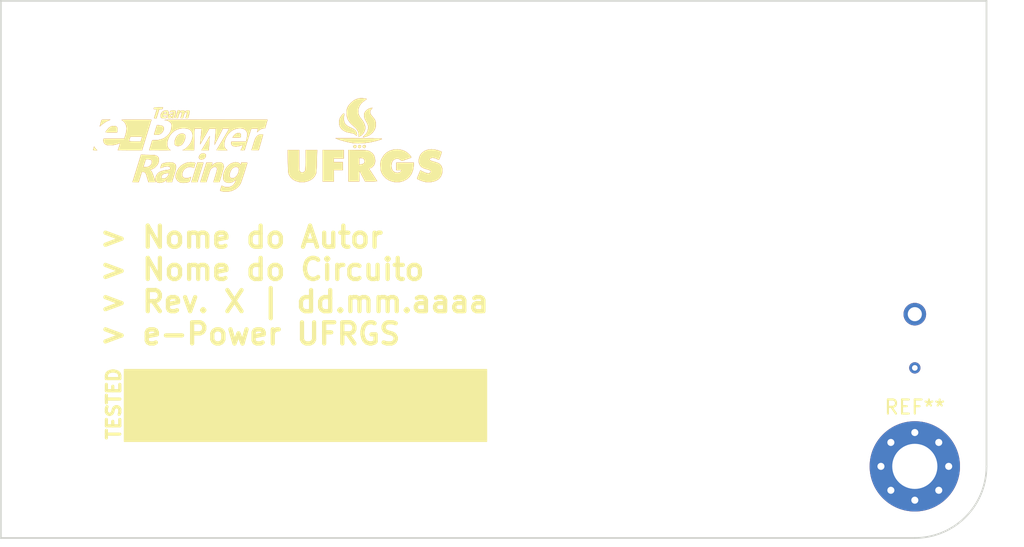
<source format=kicad_pcb>
(kicad_pcb (version 20171130) (host pcbnew "(5.1.5)-3")

  (general
    (thickness 1.6)
    (drawings 18)
    (tracks 2)
    (zones 0)
    (modules 5)
    (nets 1)
  )

  (page User 210.007 148.006)
  (layers
    (0 F.Cu signal)
    (31 B.Cu signal)
    (32 B.Adhes user)
    (33 F.Adhes user)
    (34 B.Paste user)
    (35 F.Paste user)
    (36 B.SilkS user)
    (37 F.SilkS user)
    (38 B.Mask user)
    (39 F.Mask user)
    (40 Dwgs.User user)
    (41 Cmts.User user)
    (42 Eco1.User user)
    (43 Eco2.User user)
    (44 Edge.Cuts user)
    (45 Margin user)
    (46 B.CrtYd user)
    (47 F.CrtYd user)
    (48 B.Fab user)
    (49 F.Fab user)
  )

  (setup
    (last_trace_width 0.25)
    (trace_clearance 0.2)
    (zone_clearance 0.508)
    (zone_45_only no)
    (trace_min 0.2)
    (via_size 0.8)
    (via_drill 0.4)
    (via_min_size 0.4)
    (via_min_drill 0.3)
    (uvia_size 0.3)
    (uvia_drill 0.1)
    (uvias_allowed no)
    (uvia_min_size 0.2)
    (uvia_min_drill 0.1)
    (edge_width 0.05)
    (segment_width 0.2)
    (pcb_text_width 0.3)
    (pcb_text_size 1.5 1.5)
    (mod_edge_width 0.12)
    (mod_text_size 1 1)
    (mod_text_width 0.15)
    (pad_size 1.524 1.524)
    (pad_drill 0.762)
    (pad_to_mask_clearance 0.051)
    (solder_mask_min_width 0.25)
    (aux_axis_origin 0 0)
    (visible_elements 7FF9FFFF)
    (pcbplotparams
      (layerselection 0x010fc_ffffffff)
      (usegerberextensions false)
      (usegerberattributes false)
      (usegerberadvancedattributes false)
      (creategerberjobfile false)
      (excludeedgelayer true)
      (linewidth 0.150000)
      (plotframeref false)
      (viasonmask false)
      (mode 1)
      (useauxorigin false)
      (hpglpennumber 1)
      (hpglpenspeed 20)
      (hpglpendiameter 15.000000)
      (psnegative false)
      (psa4output false)
      (plotreference true)
      (plotvalue true)
      (plotinvisibletext false)
      (padsonsilk false)
      (subtractmaskfromsilk false)
      (outputformat 1)
      (mirror false)
      (drillshape 1)
      (scaleselection 1)
      (outputdirectory ""))
  )

  (net 0 "")

  (net_class Default "This is the default net class."
    (clearance 0.2)
    (trace_width 0.25)
    (via_dia 0.8)
    (via_drill 0.4)
    (uvia_dia 0.3)
    (uvia_drill 0.1)
  )

  (module e-Power:MountingHole_3.2mm_M3_Pad_Via (layer F.Cu) (tedit 5F1787FB) (tstamp 5F180DC2)
    (at 172.72 83.82)
    (descr "Mounting Hole 3.2mm, M3, added vias")
    (tags "mounting hole 3.2mm m3")
    (attr virtual)
    (fp_text reference REF** (at 0 -4.2) (layer F.SilkS)
      (effects (font (size 1 1) (thickness 0.15)))
    )
    (fp_text value MountingHole_3.2mm_M3_Pad_Via (at 0 4.2) (layer F.Fab)
      (effects (font (size 1 1) (thickness 0.15)))
    )
    (fp_circle (center 0 0) (end 3.45 0) (layer F.CrtYd) (width 0.05))
    (fp_text user %R (at 0.3 0) (layer F.Fab)
      (effects (font (size 1 1) (thickness 0.15)))
    )
    (pad 1 thru_hole circle (at 1.697056 -1.697056) (size 0.8 0.8) (drill 0.5) (layers *.Cu *.Mask))
    (pad 1 thru_hole circle (at 0 -2.4) (size 0.8 0.8) (drill 0.5) (layers *.Cu *.Mask))
    (pad 1 thru_hole circle (at -1.697056 -1.697056) (size 0.8 0.8) (drill 0.5) (layers *.Cu *.Mask))
    (pad 1 thru_hole circle (at -2.4 0) (size 0.8 0.8) (drill 0.5) (layers *.Cu *.Mask))
    (pad 1 thru_hole circle (at -1.697056 1.697056) (size 0.8 0.8) (drill 0.5) (layers *.Cu *.Mask))
    (pad 1 thru_hole circle (at 0 2.4) (size 0.8 0.8) (drill 0.5) (layers *.Cu *.Mask))
    (pad 1 thru_hole circle (at 1.697056 1.697056) (size 0.8 0.8) (drill 0.5) (layers *.Cu *.Mask))
    (pad 1 thru_hole circle (at 2.4 0) (size 0.8 0.8) (drill 0.5) (layers *.Cu *.Mask))
    (pad 1 thru_hole circle (at 0 0) (size 6.4 6.4) (drill 3.2) (layers *.Cu *.Mask))
  )

  (module e-Power:Logo_UFRGS_11.0x6.0mm_Silk (layer F.Cu) (tedit 5F17764B) (tstamp 5F17FDFB)
    (at 133.35 61.341)
    (tags "logo UFRGS")
    (attr virtual)
    (fp_text reference G*** (at -2.6162 3.6576) (layer F.SilkS) hide
      (effects (font (size 1.524 1.524) (thickness 0.3)))
    )
    (fp_text value LOGO (at 3.2258 3.6576) (layer F.SilkS) hide
      (effects (font (size 1.524 1.524) (thickness 0.3)))
    )
    (fp_poly (pts (xy -1.074811 -2.526567) (xy -1.075094 -2.435192) (xy -1.081277 -2.376111) (xy -1.095145 -2.143688)
      (xy -1.068669 -1.958321) (xy -0.996838 -1.810632) (xy -0.874638 -1.691245) (xy -0.697059 -1.590784)
      (xy -0.650662 -1.570543) (xy -0.446131 -1.471587) (xy -0.301487 -1.369242) (xy -0.210084 -1.257724)
      (xy -0.169392 -1.151874) (xy -0.15663 -1.051684) (xy -0.168515 -0.99201) (xy -0.200858 -0.981939)
      (xy -0.234507 -1.010561) (xy -0.338075 -1.092971) (xy -0.493451 -1.1496) (xy -0.650148 -1.176979)
      (xy -0.905353 -1.232547) (xy -1.11427 -1.329465) (xy -1.273641 -1.463415) (xy -1.380212 -1.630079)
      (xy -1.430726 -1.825139) (xy -1.421928 -2.044278) (xy -1.393786 -2.163147) (xy -1.354894 -2.251918)
      (xy -1.293052 -2.352719) (xy -1.221222 -2.44853) (xy -1.152369 -2.522332) (xy -1.099457 -2.557104)
      (xy -1.093094 -2.55791) (xy -1.074811 -2.526567)) (layer F.SilkS) (width 0.01))
    (fp_poly (pts (xy 0.207663 -3.62948) (xy 0.333263 -3.620749) (xy 0.441191 -3.605567) (xy 0.510369 -3.585608)
      (xy 0.520832 -3.578533) (xy 0.502479 -3.555246) (xy 0.441321 -3.508054) (xy 0.36462 -3.456345)
      (xy 0.166268 -3.295174) (xy 0.025761 -3.104868) (xy -0.05474 -2.889098) (xy -0.074458 -2.710443)
      (xy -0.050281 -2.505117) (xy 0.029569 -2.319466) (xy 0.144669 -2.167432) (xy 0.252007 -2.025104)
      (xy 0.342317 -1.861653) (xy 0.405467 -1.698903) (xy 0.431322 -1.558678) (xy 0.431475 -1.549829)
      (xy 0.401022 -1.363261) (xy 0.31639 -1.184667) (xy 0.189095 -1.032831) (xy 0.057292 -0.939535)
      (xy -0.034255 -0.891718) (xy -0.034255 -1.043703) (xy -0.05982 -1.218772) (xy -0.139695 -1.383193)
      (xy -0.278649 -1.545441) (xy -0.355539 -1.614777) (xy -0.551666 -1.790902) (xy -0.696441 -1.947353)
      (xy -0.79675 -2.096725) (xy -0.859478 -2.251613) (xy -0.891509 -2.424614) (xy -0.899786 -2.61042)
      (xy -0.887787 -2.799991) (xy -0.846021 -2.95761) (xy -0.765836 -3.102584) (xy -0.638578 -3.254221)
      (xy -0.588214 -3.305603) (xy -0.419153 -3.452789) (xy -0.251041 -3.550392) (xy -0.060933 -3.610975)
      (xy -0.012242 -3.620889) (xy 0.085468 -3.630085) (xy 0.207663 -3.62948)) (layer F.SilkS) (width 0.01))
    (fp_poly (pts (xy 0.918281 -2.924372) (xy 0.86801 -2.866172) (xy 0.857837 -2.85591) (xy 0.78133 -2.741451)
      (xy 0.769766 -2.61551) (xy 0.823235 -2.477402) (xy 0.925336 -2.343973) (xy 1.050032 -2.194881)
      (xy 1.127615 -2.06244) (xy 1.16677 -1.926978) (xy 1.176265 -1.775603) (xy 1.154491 -1.567875)
      (xy 1.087818 -1.390015) (xy 0.967322 -1.219592) (xy 0.944973 -1.1943) (xy 0.758845 -1.032755)
      (xy 0.54842 -0.932786) (xy 0.46509 -0.91165) (xy 0.365655 -0.890966) (xy 0.284729 -0.872701)
      (xy 0.281997 -0.872031) (xy 0.263077 -0.879339) (xy 0.296881 -0.922188) (xy 0.358169 -0.978201)
      (xy 0.506637 -1.135076) (xy 0.595145 -1.304654) (xy 0.630303 -1.5008) (xy 0.631538 -1.551674)
      (xy 0.626756 -1.662244) (xy 0.607067 -1.753972) (xy 0.564456 -1.851551) (xy 0.49462 -1.97353)
      (xy 0.394176 -2.165428) (xy 0.344177 -2.329637) (xy 0.341898 -2.478535) (xy 0.363391 -2.56901)
      (xy 0.435778 -2.698565) (xy 0.553362 -2.815442) (xy 0.695063 -2.900655) (xy 0.755464 -2.922095)
      (xy 0.866408 -2.949489) (xy 0.919214 -2.951196) (xy 0.918281 -2.924372)) (layer F.SilkS) (width 0.01))
    (fp_poly (pts (xy 0.01568 -0.789286) (xy 0.41012 -0.78903) (xy 0.741466 -0.788489) (xy 1.013203 -0.787136)
      (xy 1.228815 -0.78444) (xy 1.391788 -0.779872) (xy 1.505606 -0.772901) (xy 1.573753 -0.763)
      (xy 1.599715 -0.749637) (xy 1.586976 -0.732284) (xy 1.539021 -0.71041) (xy 1.459336 -0.683487)
      (xy 1.351404 -0.650984) (xy 1.21871 -0.612372) (xy 1.205359 -0.608488) (xy 0.783358 -0.508719)
      (xy 0.350702 -0.449355) (xy -0.073588 -0.431985) (xy -0.470488 -0.458203) (xy -0.51598 -0.464443)
      (xy -0.682865 -0.494645) (xy -0.884412 -0.53993) (xy -1.097646 -0.594319) (xy -1.299594 -0.651831)
      (xy -1.467281 -0.706487) (xy -1.515644 -0.724631) (xy -1.682092 -0.790445) (xy 0.01568 -0.789286)) (layer F.SilkS) (width 0.01))
    (fp_poly (pts (xy 0.438919 -0.286771) (xy 0.45906 -0.251003) (xy 0.450291 -0.184038) (xy 0.413456 -0.1215)
      (xy 0.367507 -0.094476) (xy 0.325783 -0.11229) (xy 0.280037 -0.142461) (xy 0.2364 -0.190456)
      (xy 0.248155 -0.243597) (xy 0.252335 -0.250652) (xy 0.308383 -0.297758) (xy 0.379478 -0.309813)
      (xy 0.438919 -0.286771)) (layer F.SilkS) (width 0.01))
    (fp_poly (pts (xy 0.103805 -0.286024) (xy 0.129502 -0.225874) (xy 0.104631 -0.151943) (xy 0.097576 -0.142812)
      (xy 0.029578 -0.097847) (xy -0.040914 -0.11873) (xy -0.06986 -0.147201) (xy -0.092969 -0.214742)
      (xy -0.06279 -0.274927) (xy 0.008421 -0.308716) (xy 0.035497 -0.310859) (xy 0.103805 -0.286024)) (layer F.SilkS) (width 0.01))
    (fp_poly (pts (xy -0.229091 -0.286024) (xy -0.203395 -0.225874) (xy -0.228265 -0.151943) (xy -0.23532 -0.142812)
      (xy -0.303319 -0.097847) (xy -0.373811 -0.11873) (xy -0.402757 -0.147201) (xy -0.425866 -0.214742)
      (xy -0.395686 -0.274927) (xy -0.324475 -0.308716) (xy -0.2974 -0.310859) (xy -0.229091 -0.286024)) (layer F.SilkS) (width 0.01))
    (fp_poly (pts (xy -0.092512 0.044046) (xy 0.138409 0.04836) (xy 0.313538 0.0533) (xy 0.443659 0.060036)
      (xy 0.53956 0.069738) (xy 0.612023 0.083575) (xy 0.671835 0.102717) (xy 0.72978 0.128335)
      (xy 0.742721 0.134647) (xy 0.917399 0.25465) (xy 1.040896 0.414861) (xy 1.110822 0.61018)
      (xy 1.124782 0.83551) (xy 1.114927 0.927865) (xy 1.081433 1.053181) (xy 1.013133 1.159381)
      (xy 0.96526 1.210827) (xy 0.880893 1.282591) (xy 0.802953 1.328287) (xy 0.768613 1.336978)
      (xy 0.712346 1.343451) (xy 0.698117 1.353186) (xy 0.715481 1.385139) (xy 0.763382 1.462649)
      (xy 0.835531 1.575805) (xy 0.92564 1.714693) (xy 0.981079 1.799222) (xy 1.078505 1.948445)
      (xy 1.161435 2.077811) (xy 1.223569 2.177305) (xy 1.258605 2.236908) (xy 1.264041 2.24907)
      (xy 1.23283 2.256573) (xy 1.147504 2.262794) (xy 1.020522 2.267149) (xy 0.864345 2.269051)
      (xy 0.838204 2.269089) (xy 0.412368 2.269089) (xy 0.01568 1.520071) (xy -0.003146 2.269089)
      (xy -0.766627 2.269089) (xy -0.766627 1.079428) (xy -0.000965 1.079428) (xy 0.136773 1.060953)
      (xy 0.237081 1.036994) (xy 0.314317 1.000554) (xy 0.326524 0.990466) (xy 0.362265 0.922596)
      (xy 0.378453 0.8284) (xy 0.378537 0.82168) (xy 0.353853 0.707471) (xy 0.27902 0.636113)
      (xy 0.152869 0.606613) (xy 0.123871 0.605665) (xy -0.000965 0.604606) (xy -0.000965 1.079428)
      (xy -0.766627 1.079428) (xy -0.766627 0.032764) (xy -0.092512 0.044046)) (layer F.SilkS) (width 0.01))
    (fp_poly (pts (xy -1.099524 0.637896) (xy -1.798606 0.637896) (xy -1.798606 0.904213) (xy -1.166103 0.904213)
      (xy -1.166103 1.470137) (xy -1.798606 1.470137) (xy -1.798606 2.269089) (xy -2.597558 2.269089)
      (xy -2.597558 0.038682) (xy -1.099524 0.038682) (xy -1.099524 0.637896)) (layer F.SilkS) (width 0.01))
    (fp_poly (pts (xy 5.332477 0.004005) (xy 5.591695 0.068864) (xy 5.704929 0.110565) (xy 5.793212 0.147659)
      (xy 5.837196 0.171957) (xy 5.835644 0.209674) (xy 5.814537 0.291161) (xy 5.780091 0.398796)
      (xy 5.738527 0.514963) (xy 5.696061 0.62204) (xy 5.658912 0.702409) (xy 5.638852 0.733952)
      (xy 5.606121 0.727147) (xy 5.54589 0.693597) (xy 5.424826 0.633061) (xy 5.295941 0.598515)
      (xy 5.173852 0.58984) (xy 5.073176 0.606921) (xy 5.008529 0.64964) (xy 4.992482 0.698026)
      (xy 5.008875 0.748115) (xy 5.063836 0.791852) (xy 5.166036 0.833704) (xy 5.324144 0.878136)
      (xy 5.358668 0.886621) (xy 5.571865 0.957252) (xy 5.726783 1.054731) (xy 5.828193 1.184521)
      (xy 5.880869 1.352085) (xy 5.891302 1.496381) (xy 5.862503 1.729097) (xy 5.77805 1.927371)
      (xy 5.640861 2.088415) (xy 5.453855 2.209444) (xy 5.219948 2.287673) (xy 5.033709 2.315158)
      (xy 4.889756 2.318913) (xy 4.740205 2.310351) (xy 4.676628 2.301749) (xy 4.571805 2.276685)
      (xy 4.448699 2.237759) (xy 4.323346 2.191375) (xy 4.211777 2.143937) (xy 4.130026 2.101846)
      (xy 4.094127 2.071507) (xy 4.093661 2.068933) (xy 4.105772 2.028437) (xy 4.138203 1.942005)
      (xy 4.185103 1.82492) (xy 4.210992 1.76243) (xy 4.328322 1.482143) (xy 4.547896 1.592654)
      (xy 4.73268 1.671239) (xy 4.877677 1.699901) (xy 4.986757 1.678982) (xy 5.042416 1.636585)
      (xy 5.082484 1.583587) (xy 5.075825 1.543467) (xy 5.047117 1.508621) (xy 4.984736 1.467826)
      (xy 4.882663 1.427528) (xy 4.800608 1.405258) (xy 4.572128 1.335826) (xy 4.402533 1.239109)
      (xy 4.288538 1.111657) (xy 4.22686 0.950019) (xy 4.213044 0.787699) (xy 4.245635 0.567398)
      (xy 4.332352 0.37712) (xy 4.466184 0.220521) (xy 4.640123 0.101255) (xy 4.847157 0.022977)
      (xy 5.080278 -0.010658) (xy 5.332477 0.004005)) (layer F.SilkS) (width 0.01))
    (fp_poly (pts (xy 2.977379 0.027908) (xy 3.216691 0.111204) (xy 3.337486 0.18345) (xy 3.465032 0.283917)
      (xy 3.577985 0.393751) (xy 3.655 0.494096) (xy 3.659757 0.50261) (xy 3.675912 0.531366)
      (xy 3.681961 0.552945) (xy 3.668962 0.572479) (xy 3.627972 0.595099) (xy 3.550049 0.625938)
      (xy 3.426249 0.670127) (xy 3.276114 0.722777) (xy 3.007845 0.817086) (xy 2.938284 0.747525)
      (xy 2.818757 0.670642) (xy 2.680927 0.647372) (xy 2.5424 0.675263) (xy 2.42078 0.751862)
      (xy 2.358039 0.828367) (xy 2.300775 0.972548) (xy 2.279019 1.14461) (xy 2.293226 1.317243)
      (xy 2.343851 1.463138) (xy 2.347364 1.469271) (xy 2.437961 1.5711) (xy 2.55775 1.635824)
      (xy 2.689472 1.661286) (xy 2.81587 1.645331) (xy 2.919684 1.585803) (xy 2.953901 1.545039)
      (xy 2.979046 1.502579) (xy 2.974507 1.480262) (xy 2.928361 1.471608) (xy 2.828684 1.470138)
      (xy 2.81607 1.470137) (xy 2.628917 1.470137) (xy 2.628917 0.937503) (xy 3.870147 0.937503)
      (xy 3.852018 1.202002) (xy 3.802713 1.48668) (xy 3.70001 1.736969) (xy 3.549961 1.948458)
      (xy 3.358618 2.116736) (xy 3.132032 2.237393) (xy 2.876254 2.306018) (xy 2.597335 2.3182)
      (xy 2.365826 2.285287) (xy 2.113771 2.196189) (xy 1.889634 2.051188) (xy 1.704087 1.85869)
      (xy 1.589607 1.674112) (xy 1.54962 1.576558) (xy 1.523835 1.466632) (xy 1.508595 1.324278)
      (xy 1.502271 1.195461) (xy 1.498403 1.039933) (xy 1.502212 0.929144) (xy 1.517237 0.84138)
      (xy 1.547015 0.754931) (xy 1.589554 0.659877) (xy 1.733403 0.421447) (xy 1.918061 0.235148)
      (xy 2.145044 0.099837) (xy 2.415867 0.014371) (xy 2.456243 0.006521) (xy 2.712385 -0.009607)
      (xy 2.977379 0.027908)) (layer F.SilkS) (width 0.01))
    (fp_poly (pts (xy -4.26204 0.763647) (xy -4.261322 1.010277) (xy -4.258793 1.198979) (xy -4.253893 1.338393)
      (xy -4.246062 1.437159) (xy -4.23474 1.503915) (xy -4.219366 1.547302) (xy -4.210218 1.562599)
      (xy -4.132432 1.621944) (xy -4.029929 1.637011) (xy -3.927978 1.607499) (xy -3.876046 1.566588)
      (xy -3.85506 1.538339) (xy -3.838997 1.499971) (xy -3.827029 1.442494) (xy -3.818329 1.356921)
      (xy -3.812069 1.234263) (xy -3.807423 1.065532) (xy -3.803563 0.841738) (xy -3.802505 0.767637)
      (xy -3.792381 0.038682) (xy -2.989294 0.038682) (xy -3.006022 0.812666) (xy -3.012442 1.041333)
      (xy -3.021178 1.253708) (xy -3.03155 1.4386) (xy -3.042883 1.584817) (xy -3.054499 1.68117)
      (xy -3.060126 1.706906) (xy -3.153198 1.899049) (xy -3.298137 2.061212) (xy -3.48515 2.188536)
      (xy -3.704444 2.276158) (xy -3.946226 2.319218) (xy -4.200704 2.312855) (xy -4.26204 2.30353)
      (xy -4.508643 2.232092) (xy -4.71745 2.114557) (xy -4.881001 1.956164) (xy -4.974483 1.803033)
      (xy -4.996386 1.750237) (xy -5.013393 1.692725) (xy -5.026296 1.621115) (xy -5.035886 1.526027)
      (xy -5.042954 1.39808) (xy -5.048291 1.227893) (xy -5.052688 1.006083) (xy -5.055179 0.845956)
      (xy -5.067039 0.038682) (xy -4.26204 0.038682) (xy -4.26204 0.763647)) (layer F.SilkS) (width 0.01))
  )

  (module e-Power:Logo_UFRGS_11.0x6.0mm_Copper (layer F.Cu) (tedit 5F1775DC) (tstamp 5F17FC1D)
    (at 133.35 61.341)
    (tags "logo UFRGS")
    (fp_text reference G*** (at -2.6162 3.6576) (layer F.SilkS) hide
      (effects (font (size 1.524 1.524) (thickness 0.3)))
    )
    (fp_text value LOGO (at 3.2258 3.6576) (layer F.SilkS) hide
      (effects (font (size 1.524 1.524) (thickness 0.3)))
    )
    (fp_poly (pts (xy -1.074811 -2.526567) (xy -1.075094 -2.435192) (xy -1.081277 -2.376111) (xy -1.095145 -2.143688)
      (xy -1.068669 -1.958321) (xy -0.996838 -1.810632) (xy -0.874638 -1.691245) (xy -0.697059 -1.590784)
      (xy -0.650662 -1.570543) (xy -0.446131 -1.471587) (xy -0.301487 -1.369242) (xy -0.210084 -1.257724)
      (xy -0.169392 -1.151874) (xy -0.15663 -1.051684) (xy -0.168515 -0.99201) (xy -0.200858 -0.981939)
      (xy -0.234507 -1.010561) (xy -0.338075 -1.092971) (xy -0.493451 -1.1496) (xy -0.650148 -1.176979)
      (xy -0.905353 -1.232547) (xy -1.11427 -1.329465) (xy -1.273641 -1.463415) (xy -1.380212 -1.630079)
      (xy -1.430726 -1.825139) (xy -1.421928 -2.044278) (xy -1.393786 -2.163147) (xy -1.354894 -2.251918)
      (xy -1.293052 -2.352719) (xy -1.221222 -2.44853) (xy -1.152369 -2.522332) (xy -1.099457 -2.557104)
      (xy -1.093094 -2.55791) (xy -1.074811 -2.526567)) (layer F.Cu) (width 0.01))
    (fp_poly (pts (xy 0.207663 -3.62948) (xy 0.333263 -3.620749) (xy 0.441191 -3.605567) (xy 0.510369 -3.585608)
      (xy 0.520832 -3.578533) (xy 0.502479 -3.555246) (xy 0.441321 -3.508054) (xy 0.36462 -3.456345)
      (xy 0.166268 -3.295174) (xy 0.025761 -3.104868) (xy -0.05474 -2.889098) (xy -0.074458 -2.710443)
      (xy -0.050281 -2.505117) (xy 0.029569 -2.319466) (xy 0.144669 -2.167432) (xy 0.252007 -2.025104)
      (xy 0.342317 -1.861653) (xy 0.405467 -1.698903) (xy 0.431322 -1.558678) (xy 0.431475 -1.549829)
      (xy 0.401022 -1.363261) (xy 0.31639 -1.184667) (xy 0.189095 -1.032831) (xy 0.057292 -0.939535)
      (xy -0.034255 -0.891718) (xy -0.034255 -1.043703) (xy -0.05982 -1.218772) (xy -0.139695 -1.383193)
      (xy -0.278649 -1.545441) (xy -0.355539 -1.614777) (xy -0.551666 -1.790902) (xy -0.696441 -1.947353)
      (xy -0.79675 -2.096725) (xy -0.859478 -2.251613) (xy -0.891509 -2.424614) (xy -0.899786 -2.61042)
      (xy -0.887787 -2.799991) (xy -0.846021 -2.95761) (xy -0.765836 -3.102584) (xy -0.638578 -3.254221)
      (xy -0.588214 -3.305603) (xy -0.419153 -3.452789) (xy -0.251041 -3.550392) (xy -0.060933 -3.610975)
      (xy -0.012242 -3.620889) (xy 0.085468 -3.630085) (xy 0.207663 -3.62948)) (layer F.Cu) (width 0.01))
    (fp_poly (pts (xy 0.918281 -2.924372) (xy 0.86801 -2.866172) (xy 0.857837 -2.85591) (xy 0.78133 -2.741451)
      (xy 0.769766 -2.61551) (xy 0.823235 -2.477402) (xy 0.925336 -2.343973) (xy 1.050032 -2.194881)
      (xy 1.127615 -2.06244) (xy 1.16677 -1.926978) (xy 1.176265 -1.775603) (xy 1.154491 -1.567875)
      (xy 1.087818 -1.390015) (xy 0.967322 -1.219592) (xy 0.944973 -1.1943) (xy 0.758845 -1.032755)
      (xy 0.54842 -0.932786) (xy 0.46509 -0.91165) (xy 0.365655 -0.890966) (xy 0.284729 -0.872701)
      (xy 0.281997 -0.872031) (xy 0.263077 -0.879339) (xy 0.296881 -0.922188) (xy 0.358169 -0.978201)
      (xy 0.506637 -1.135076) (xy 0.595145 -1.304654) (xy 0.630303 -1.5008) (xy 0.631538 -1.551674)
      (xy 0.626756 -1.662244) (xy 0.607067 -1.753972) (xy 0.564456 -1.851551) (xy 0.49462 -1.97353)
      (xy 0.394176 -2.165428) (xy 0.344177 -2.329637) (xy 0.341898 -2.478535) (xy 0.363391 -2.56901)
      (xy 0.435778 -2.698565) (xy 0.553362 -2.815442) (xy 0.695063 -2.900655) (xy 0.755464 -2.922095)
      (xy 0.866408 -2.949489) (xy 0.919214 -2.951196) (xy 0.918281 -2.924372)) (layer F.Cu) (width 0.01))
    (fp_poly (pts (xy 0.01568 -0.789286) (xy 0.41012 -0.78903) (xy 0.741466 -0.788489) (xy 1.013203 -0.787136)
      (xy 1.228815 -0.78444) (xy 1.391788 -0.779872) (xy 1.505606 -0.772901) (xy 1.573753 -0.763)
      (xy 1.599715 -0.749637) (xy 1.586976 -0.732284) (xy 1.539021 -0.71041) (xy 1.459336 -0.683487)
      (xy 1.351404 -0.650984) (xy 1.21871 -0.612372) (xy 1.205359 -0.608488) (xy 0.783358 -0.508719)
      (xy 0.350702 -0.449355) (xy -0.073588 -0.431985) (xy -0.470488 -0.458203) (xy -0.51598 -0.464443)
      (xy -0.682865 -0.494645) (xy -0.884412 -0.53993) (xy -1.097646 -0.594319) (xy -1.299594 -0.651831)
      (xy -1.467281 -0.706487) (xy -1.515644 -0.724631) (xy -1.682092 -0.790445) (xy 0.01568 -0.789286)) (layer F.Cu) (width 0.01))
    (fp_poly (pts (xy 0.438919 -0.286771) (xy 0.45906 -0.251003) (xy 0.450291 -0.184038) (xy 0.413456 -0.1215)
      (xy 0.367507 -0.094476) (xy 0.325783 -0.11229) (xy 0.280037 -0.142461) (xy 0.2364 -0.190456)
      (xy 0.248155 -0.243597) (xy 0.252335 -0.250652) (xy 0.308383 -0.297758) (xy 0.379478 -0.309813)
      (xy 0.438919 -0.286771)) (layer F.Cu) (width 0.01))
    (fp_poly (pts (xy 0.103805 -0.286024) (xy 0.129502 -0.225874) (xy 0.104631 -0.151943) (xy 0.097576 -0.142812)
      (xy 0.029578 -0.097847) (xy -0.040914 -0.11873) (xy -0.06986 -0.147201) (xy -0.092969 -0.214742)
      (xy -0.06279 -0.274927) (xy 0.008421 -0.308716) (xy 0.035497 -0.310859) (xy 0.103805 -0.286024)) (layer F.Cu) (width 0.01))
    (fp_poly (pts (xy -0.229091 -0.286024) (xy -0.203395 -0.225874) (xy -0.228265 -0.151943) (xy -0.23532 -0.142812)
      (xy -0.303319 -0.097847) (xy -0.373811 -0.11873) (xy -0.402757 -0.147201) (xy -0.425866 -0.214742)
      (xy -0.395686 -0.274927) (xy -0.324475 -0.308716) (xy -0.2974 -0.310859) (xy -0.229091 -0.286024)) (layer F.Cu) (width 0.01))
    (fp_poly (pts (xy -0.092512 0.044046) (xy 0.138409 0.04836) (xy 0.313538 0.0533) (xy 0.443659 0.060036)
      (xy 0.53956 0.069738) (xy 0.612023 0.083575) (xy 0.671835 0.102717) (xy 0.72978 0.128335)
      (xy 0.742721 0.134647) (xy 0.917399 0.25465) (xy 1.040896 0.414861) (xy 1.110822 0.61018)
      (xy 1.124782 0.83551) (xy 1.114927 0.927865) (xy 1.081433 1.053181) (xy 1.013133 1.159381)
      (xy 0.96526 1.210827) (xy 0.880893 1.282591) (xy 0.802953 1.328287) (xy 0.768613 1.336978)
      (xy 0.712346 1.343451) (xy 0.698117 1.353186) (xy 0.715481 1.385139) (xy 0.763382 1.462649)
      (xy 0.835531 1.575805) (xy 0.92564 1.714693) (xy 0.981079 1.799222) (xy 1.078505 1.948445)
      (xy 1.161435 2.077811) (xy 1.223569 2.177305) (xy 1.258605 2.236908) (xy 1.264041 2.24907)
      (xy 1.23283 2.256573) (xy 1.147504 2.262794) (xy 1.020522 2.267149) (xy 0.864345 2.269051)
      (xy 0.838204 2.269089) (xy 0.412368 2.269089) (xy 0.01568 1.520071) (xy -0.003146 2.269089)
      (xy -0.766627 2.269089) (xy -0.766627 1.079428) (xy -0.000965 1.079428) (xy 0.136773 1.060953)
      (xy 0.237081 1.036994) (xy 0.314317 1.000554) (xy 0.326524 0.990466) (xy 0.362265 0.922596)
      (xy 0.378453 0.8284) (xy 0.378537 0.82168) (xy 0.353853 0.707471) (xy 0.27902 0.636113)
      (xy 0.152869 0.606613) (xy 0.123871 0.605665) (xy -0.000965 0.604606) (xy -0.000965 1.079428)
      (xy -0.766627 1.079428) (xy -0.766627 0.032764) (xy -0.092512 0.044046)) (layer F.Cu) (width 0.01))
    (fp_poly (pts (xy -1.099524 0.637896) (xy -1.798606 0.637896) (xy -1.798606 0.904213) (xy -1.166103 0.904213)
      (xy -1.166103 1.470137) (xy -1.798606 1.470137) (xy -1.798606 2.269089) (xy -2.597558 2.269089)
      (xy -2.597558 0.038682) (xy -1.099524 0.038682) (xy -1.099524 0.637896)) (layer F.Cu) (width 0.01))
    (fp_poly (pts (xy 5.332477 0.004005) (xy 5.591695 0.068864) (xy 5.704929 0.110565) (xy 5.793212 0.147659)
      (xy 5.837196 0.171957) (xy 5.835644 0.209674) (xy 5.814537 0.291161) (xy 5.780091 0.398796)
      (xy 5.738527 0.514963) (xy 5.696061 0.62204) (xy 5.658912 0.702409) (xy 5.638852 0.733952)
      (xy 5.606121 0.727147) (xy 5.54589 0.693597) (xy 5.424826 0.633061) (xy 5.295941 0.598515)
      (xy 5.173852 0.58984) (xy 5.073176 0.606921) (xy 5.008529 0.64964) (xy 4.992482 0.698026)
      (xy 5.008875 0.748115) (xy 5.063836 0.791852) (xy 5.166036 0.833704) (xy 5.324144 0.878136)
      (xy 5.358668 0.886621) (xy 5.571865 0.957252) (xy 5.726783 1.054731) (xy 5.828193 1.184521)
      (xy 5.880869 1.352085) (xy 5.891302 1.496381) (xy 5.862503 1.729097) (xy 5.77805 1.927371)
      (xy 5.640861 2.088415) (xy 5.453855 2.209444) (xy 5.219948 2.287673) (xy 5.033709 2.315158)
      (xy 4.889756 2.318913) (xy 4.740205 2.310351) (xy 4.676628 2.301749) (xy 4.571805 2.276685)
      (xy 4.448699 2.237759) (xy 4.323346 2.191375) (xy 4.211777 2.143937) (xy 4.130026 2.101846)
      (xy 4.094127 2.071507) (xy 4.093661 2.068933) (xy 4.105772 2.028437) (xy 4.138203 1.942005)
      (xy 4.185103 1.82492) (xy 4.210992 1.76243) (xy 4.328322 1.482143) (xy 4.547896 1.592654)
      (xy 4.73268 1.671239) (xy 4.877677 1.699901) (xy 4.986757 1.678982) (xy 5.042416 1.636585)
      (xy 5.082484 1.583587) (xy 5.075825 1.543467) (xy 5.047117 1.508621) (xy 4.984736 1.467826)
      (xy 4.882663 1.427528) (xy 4.800608 1.405258) (xy 4.572128 1.335826) (xy 4.402533 1.239109)
      (xy 4.288538 1.111657) (xy 4.22686 0.950019) (xy 4.213044 0.787699) (xy 4.245635 0.567398)
      (xy 4.332352 0.37712) (xy 4.466184 0.220521) (xy 4.640123 0.101255) (xy 4.847157 0.022977)
      (xy 5.080278 -0.010658) (xy 5.332477 0.004005)) (layer F.Cu) (width 0.01))
    (fp_poly (pts (xy 2.977379 0.027908) (xy 3.216691 0.111204) (xy 3.337486 0.18345) (xy 3.465032 0.283917)
      (xy 3.577985 0.393751) (xy 3.655 0.494096) (xy 3.659757 0.50261) (xy 3.675912 0.531366)
      (xy 3.681961 0.552945) (xy 3.668962 0.572479) (xy 3.627972 0.595099) (xy 3.550049 0.625938)
      (xy 3.426249 0.670127) (xy 3.276114 0.722777) (xy 3.007845 0.817086) (xy 2.938284 0.747525)
      (xy 2.818757 0.670642) (xy 2.680927 0.647372) (xy 2.5424 0.675263) (xy 2.42078 0.751862)
      (xy 2.358039 0.828367) (xy 2.300775 0.972548) (xy 2.279019 1.14461) (xy 2.293226 1.317243)
      (xy 2.343851 1.463138) (xy 2.347364 1.469271) (xy 2.437961 1.5711) (xy 2.55775 1.635824)
      (xy 2.689472 1.661286) (xy 2.81587 1.645331) (xy 2.919684 1.585803) (xy 2.953901 1.545039)
      (xy 2.979046 1.502579) (xy 2.974507 1.480262) (xy 2.928361 1.471608) (xy 2.828684 1.470138)
      (xy 2.81607 1.470137) (xy 2.628917 1.470137) (xy 2.628917 0.937503) (xy 3.870147 0.937503)
      (xy 3.852018 1.202002) (xy 3.802713 1.48668) (xy 3.70001 1.736969) (xy 3.549961 1.948458)
      (xy 3.358618 2.116736) (xy 3.132032 2.237393) (xy 2.876254 2.306018) (xy 2.597335 2.3182)
      (xy 2.365826 2.285287) (xy 2.113771 2.196189) (xy 1.889634 2.051188) (xy 1.704087 1.85869)
      (xy 1.589607 1.674112) (xy 1.54962 1.576558) (xy 1.523835 1.466632) (xy 1.508595 1.324278)
      (xy 1.502271 1.195461) (xy 1.498403 1.039933) (xy 1.502212 0.929144) (xy 1.517237 0.84138)
      (xy 1.547015 0.754931) (xy 1.589554 0.659877) (xy 1.733403 0.421447) (xy 1.918061 0.235148)
      (xy 2.145044 0.099837) (xy 2.415867 0.014371) (xy 2.456243 0.006521) (xy 2.712385 -0.009607)
      (xy 2.977379 0.027908)) (layer F.Cu) (width 0.01))
    (fp_poly (pts (xy -4.26204 0.763647) (xy -4.261322 1.010277) (xy -4.258793 1.198979) (xy -4.253893 1.338393)
      (xy -4.246062 1.437159) (xy -4.23474 1.503915) (xy -4.219366 1.547302) (xy -4.210218 1.562599)
      (xy -4.132432 1.621944) (xy -4.029929 1.637011) (xy -3.927978 1.607499) (xy -3.876046 1.566588)
      (xy -3.85506 1.538339) (xy -3.838997 1.499971) (xy -3.827029 1.442494) (xy -3.818329 1.356921)
      (xy -3.812069 1.234263) (xy -3.807423 1.065532) (xy -3.803563 0.841738) (xy -3.802505 0.767637)
      (xy -3.792381 0.038682) (xy -2.989294 0.038682) (xy -3.006022 0.812666) (xy -3.012442 1.041333)
      (xy -3.021178 1.253708) (xy -3.03155 1.4386) (xy -3.042883 1.584817) (xy -3.054499 1.68117)
      (xy -3.060126 1.706906) (xy -3.153198 1.899049) (xy -3.298137 2.061212) (xy -3.48515 2.188536)
      (xy -3.704444 2.276158) (xy -3.946226 2.319218) (xy -4.200704 2.312855) (xy -4.26204 2.30353)
      (xy -4.508643 2.232092) (xy -4.71745 2.114557) (xy -4.881001 1.956164) (xy -4.974483 1.803033)
      (xy -4.996386 1.750237) (xy -5.013393 1.692725) (xy -5.026296 1.621115) (xy -5.035886 1.526027)
      (xy -5.042954 1.39808) (xy -5.048291 1.227893) (xy -5.052688 1.006083) (xy -5.055179 0.845956)
      (xy -5.067039 0.038682) (xy -4.26204 0.038682) (xy -4.26204 0.763647)) (layer F.Cu) (width 0.01))
  )

  (module e-Power:Logo_e-Power_12.4x6.0mm_Silk (layer F.Cu) (tedit 5F17736D) (tstamp 5F17F6ED)
    (at 120.65 61.341)
    (attr virtual)
    (fp_text reference G*** (at -2.032 -4.064) (layer F.SilkS) hide
      (effects (font (size 1.524 1.524) (thickness 0.3)))
    )
    (fp_text value e-Power_12.4x6.0mm (at -1.524 -6.35) (layer F.SilkS) hide
      (effects (font (size 1.524 1.524) (thickness 0.3)))
    )
    (fp_poly (pts (xy 2.087294 -0.836083) (xy 2.081965 -0.77343) (xy 2.075819 -0.680903) (xy 2.069612 -0.570932)
      (xy 2.064103 -0.455948) (xy 2.064066 -0.455083) (xy 2.058457 -0.338032) (xy 2.052026 -0.22388)
      (xy 2.045575 -0.125854) (xy 2.040009 -0.058208) (xy 2.027843 0.0635) (xy 1.520893 0.0635)
      (xy 1.589144 -0.058208) (xy 1.632929 -0.135154) (xy 1.688168 -0.230653) (xy 1.744568 -0.32694)
      (xy 1.75776 -0.34925) (xy 1.812844 -0.443049) (xy 1.8785 -0.55614) (xy 1.944534 -0.67092)
      (xy 1.978378 -0.73025) (xy 2.09863 -0.941916) (xy 2.087294 -0.836083)) (layer F.SilkS) (width 0.01))
    (fp_poly (pts (xy -1.525417 -1.713995) (xy -1.382528 -1.704417) (xy -1.275225 -1.676497) (xy -1.200538 -1.629375)
      (xy -1.188283 -1.616455) (xy -1.152345 -1.544775) (xy -1.148119 -1.458056) (xy -1.171638 -1.364042)
      (xy -1.218933 -1.270479) (xy -1.286038 -1.185112) (xy -1.368986 -1.115684) (xy -1.463809 -1.069942)
      (xy -1.469056 -1.068336) (xy -1.532777 -1.05432) (xy -1.610275 -1.044178) (xy -1.690716 -1.038353)
      (xy -1.763264 -1.037291) (xy -1.817085 -1.041436) (xy -1.841344 -1.051233) (xy -1.841763 -1.053041)
      (xy -1.835915 -1.077719) (xy -1.81959 -1.135594) (xy -1.794903 -1.219445) (xy -1.763966 -1.322051)
      (xy -1.742639 -1.391708) (xy -1.643251 -1.7145) (xy -1.525417 -1.713995)) (layer F.SilkS) (width 0.01))
    (fp_poly (pts (xy -5.242793 -2.116234) (xy -4.942417 -2.115802) (xy -5.132917 -2.024327) (xy -5.331561 -1.916527)
      (xy -5.504861 -1.793846) (xy -5.616835 -1.696081) (xy -5.663236 -1.653646) (xy -5.685197 -1.638742)
      (xy -5.688505 -1.649255) (xy -5.682343 -1.672166) (xy -5.669212 -1.716968) (xy -5.648738 -1.789048)
      (xy -5.624759 -1.874855) (xy -5.618014 -1.899225) (xy -5.594532 -1.981279) (xy -5.573854 -2.048211)
      (xy -5.559433 -2.089016) (xy -5.556549 -2.095016) (xy -5.53022 -2.103833) (xy -5.466688 -2.110538)
      (xy -5.371048 -2.114789) (xy -5.248394 -2.11624) (xy -5.242793 -2.116234)) (layer F.SilkS) (width 0.01))
    (fp_poly (pts (xy 4.038931 0.916171) (xy 4.141745 0.945541) (xy 4.221226 0.998975) (xy 4.2517 1.037652)
      (xy 4.280206 1.078297) (xy 4.299597 1.08408) (xy 4.315075 1.052436) (xy 4.327776 1.000125)
      (xy 4.34253 0.931334) (xy 4.552515 0.931334) (xy 4.656188 0.932974) (xy 4.722405 0.938293)
      (xy 4.75593 0.947891) (xy 4.7625 0.957719) (xy 4.755976 0.992307) (xy 4.737662 1.061119)
      (xy 4.709443 1.158315) (xy 4.673203 1.278057) (xy 4.630827 1.414503) (xy 4.584201 1.561815)
      (xy 4.53521 1.714153) (xy 4.485738 1.865678) (xy 4.43767 2.010549) (xy 4.392892 2.142927)
      (xy 4.353288 2.256973) (xy 4.320743 2.346848) (xy 4.297143 2.40671) (xy 4.289419 2.423309)
      (xy 4.185187 2.579017) (xy 4.048476 2.718117) (xy 3.887995 2.833797) (xy 3.712449 2.919243)
      (xy 3.616368 2.94992) (xy 3.484642 2.975642) (xy 3.337181 2.990728) (xy 3.192515 2.994015)
      (xy 3.069177 2.984338) (xy 3.068909 2.984297) (xy 2.959955 2.962992) (xy 2.884375 2.938769)
      (xy 2.845469 2.912937) (xy 2.841953 2.894248) (xy 2.852965 2.862273) (xy 2.872789 2.802257)
      (xy 2.897369 2.726493) (xy 2.900323 2.717308) (xy 2.948771 2.566533) (xy 3.067177 2.621919)
      (xy 3.14692 2.654141) (xy 3.223415 2.671069) (xy 3.316764 2.676683) (xy 3.344333 2.676787)
      (xy 3.512936 2.658563) (xy 3.657859 2.605298) (xy 3.778655 2.517342) (xy 3.874879 2.39504)
      (xy 3.946085 2.238739) (xy 3.958916 2.197885) (xy 3.966116 2.168876) (xy 3.961203 2.159508)
      (xy 3.937765 2.171644) (xy 3.889391 2.207144) (xy 3.866202 2.224809) (xy 3.742691 2.300522)
      (xy 3.612311 2.348078) (xy 3.481767 2.367933) (xy 3.357763 2.360546) (xy 3.247003 2.326377)
      (xy 3.156193 2.265883) (xy 3.092036 2.179523) (xy 3.088299 2.171604) (xy 3.05381 2.047875)
      (xy 3.050567 1.901416) (xy 3.06443 1.819788) (xy 3.508422 1.819788) (xy 3.517467 1.914264)
      (xy 3.532746 1.954009) (xy 3.587471 2.015501) (xy 3.665038 2.044904) (xy 3.759387 2.041059)
      (xy 3.842931 2.013244) (xy 3.950755 1.941499) (xy 4.042239 1.833121) (xy 4.114786 1.691519)
      (xy 4.138073 1.625857) (xy 4.169128 1.508822) (xy 4.177601 1.419809) (xy 4.163166 1.350832)
      (xy 4.125501 1.293902) (xy 4.124561 1.292889) (xy 4.052094 1.244094) (xy 3.962682 1.230171)
      (xy 3.862897 1.250788) (xy 3.759308 1.305614) (xy 3.750698 1.311726) (xy 3.675232 1.384728)
      (xy 3.609875 1.482046) (xy 3.558023 1.593669) (xy 3.523073 1.709586) (xy 3.508422 1.819788)
      (xy 3.06443 1.819788) (xy 3.078352 1.737821) (xy 3.109085 1.63589) (xy 3.196943 1.430728)
      (xy 3.307125 1.259014) (xy 3.442743 1.116476) (xy 3.54365 1.039047) (xy 3.665143 0.972305)
      (xy 3.793165 0.929568) (xy 3.920249 0.910852) (xy 4.038931 0.916171)) (layer F.SilkS) (width 0.01))
    (fp_poly (pts (xy -0.617789 0.918277) (xy -0.50702 0.938878) (xy -0.443788 0.965044) (xy -0.379572 1.009024)
      (xy -0.331912 1.058938) (xy -0.300743 1.119141) (xy -0.285998 1.193985) (xy -0.28761 1.287825)
      (xy -0.305515 1.405013) (xy -0.339645 1.549903) (xy -0.389934 1.726849) (xy -0.430208 1.857779)
      (xy -0.471086 1.988465) (xy -0.507325 2.105155) (xy -0.537114 2.201953) (xy -0.558644 2.272961)
      (xy -0.570106 2.312285) (xy -0.5715 2.318154) (xy -0.591142 2.322506) (xy -0.643973 2.325929)
      (xy -0.720853 2.327967) (xy -0.774878 2.328334) (xy -0.87005 2.328819) (xy -0.929389 2.326413)
      (xy -0.959293 2.315322) (xy -0.966163 2.289755) (xy -0.956399 2.243919) (xy -0.938576 2.180167)
      (xy -0.931431 2.149153) (xy -0.937684 2.143836) (xy -0.963823 2.165717) (xy -0.991697 2.192474)
      (xy -1.093229 2.269463) (xy -1.212511 2.326234) (xy -1.338961 2.360342) (xy -1.461996 2.369344)
      (xy -1.571033 2.350795) (xy -1.608667 2.334955) (xy -1.688886 2.272104) (xy -1.73539 2.185803)
      (xy -1.74768 2.078853) (xy -1.725256 1.954049) (xy -1.722558 1.946813) (xy -1.319641 1.946813)
      (xy -1.308742 2.010662) (xy -1.273048 2.05295) (xy -1.255327 2.060537) (xy -1.174822 2.06729)
      (xy -1.081223 2.051547) (xy -0.994704 2.016995) (xy -0.984658 2.011085) (xy -0.916119 1.951179)
      (xy -0.852729 1.86564) (xy -0.805593 1.770746) (xy -0.792742 1.729732) (xy -0.785791 1.692091)
      (xy -0.796986 1.677405) (xy -0.836359 1.678481) (xy -0.860086 1.681435) (xy -0.935931 1.691094)
      (xy -1.020366 1.701682) (xy -1.037856 1.703851) (xy -1.151272 1.733298) (xy -1.240709 1.788127)
      (xy -1.298862 1.863684) (xy -1.302885 1.872701) (xy -1.319641 1.946813) (xy -1.722558 1.946813)
      (xy -1.692431 1.86604) (xy -1.628466 1.752495) (xy -1.544071 1.660459) (xy -1.434866 1.587488)
      (xy -1.296472 1.531136) (xy -1.124507 1.48896) (xy -0.975197 1.465709) (xy -0.862695 1.450807)
      (xy -0.785301 1.438589) (xy -0.736048 1.427055) (xy -0.707971 1.414205) (xy -0.694104 1.398039)
      (xy -0.68909 1.383553) (xy -0.686429 1.308294) (xy -0.718143 1.251675) (xy -0.780265 1.214388)
      (xy -0.868829 1.197127) (xy -0.979868 1.200585) (xy -1.109418 1.225454) (xy -1.25351 1.272427)
      (xy -1.275413 1.281129) (xy -1.343292 1.305723) (xy -1.383243 1.31367) (xy -1.39119 1.306375)
      (xy -1.380327 1.273567) (xy -1.361849 1.213883) (xy -1.342715 1.150172) (xy -1.320181 1.079013)
      (xy -1.29889 1.036853) (xy -1.268669 1.011923) (xy -1.219345 0.992459) (xy -1.201255 0.986557)
      (xy -1.052605 0.947404) (xy -0.899719 0.9228) (xy -0.751734 0.913004) (xy -0.617789 0.918277)) (layer F.SilkS) (width 0.01))
    (fp_poly (pts (xy 0.883086 0.915977) (xy 0.971318 0.926508) (xy 1.037999 0.942861) (xy 1.074844 0.964554)
      (xy 1.0795 0.976668) (xy 1.073971 1.004041) (xy 1.059768 1.05864) (xy 1.040468 1.128015)
      (xy 1.019647 1.199715) (xy 1.000881 1.261291) (xy 0.987746 1.300293) (xy 0.984525 1.307299)
      (xy 0.964583 1.302642) (xy 0.91798 1.284735) (xy 0.878075 1.267668) (xy 0.750861 1.233994)
      (xy 0.615741 1.240751) (xy 0.476314 1.287633) (xy 0.442427 1.304921) (xy 0.336346 1.377801)
      (xy 0.25664 1.470386) (xy 0.194602 1.593072) (xy 0.188941 1.607643) (xy 0.154771 1.736104)
      (xy 0.15603 1.845566) (xy 0.191932 1.93388) (xy 0.261687 1.998898) (xy 0.345388 2.03381)
      (xy 0.440827 2.043799) (xy 0.553889 2.031892) (xy 0.667685 2.000707) (xy 0.728044 1.974473)
      (xy 0.768831 1.955855) (xy 0.781361 1.958845) (xy 0.777936 1.972768) (xy 0.766515 2.007785)
      (xy 0.748098 2.06947) (xy 0.729267 2.135298) (xy 0.697764 2.224391) (xy 0.663157 2.282289)
      (xy 0.647625 2.29612) (xy 0.574365 2.326847) (xy 0.471568 2.349711) (xy 0.351461 2.363757)
      (xy 0.226273 2.368031) (xy 0.108232 2.361576) (xy 0.016683 2.345401) (xy -0.043468 2.319343)
      (xy -0.114095 2.274696) (xy -0.15785 2.240037) (xy -0.245718 2.136879) (xy -0.295511 2.015553)
      (xy -0.307232 1.875974) (xy -0.280885 1.71806) (xy -0.216472 1.541724) (xy -0.187073 1.479896)
      (xy -0.0767 1.305417) (xy 0.064447 1.158073) (xy 0.232015 1.041377) (xy 0.421649 0.958837)
      (xy 0.480341 0.94174) (xy 0.571931 0.924151) (xy 0.675108 0.914316) (xy 0.781588 0.911752)
      (xy 0.883086 0.915977)) (layer F.SilkS) (width 0.01))
    (fp_poly (pts (xy -2.278542 0.385312) (xy -2.115808 0.388287) (xy -1.989411 0.391803) (xy -1.893357 0.396337)
      (xy -1.82165 0.402369) (xy -1.768295 0.410378) (xy -1.727298 0.420843) (xy -1.698546 0.431657)
      (xy -1.59385 0.4949) (xy -1.525789 0.579103) (xy -1.494257 0.684521) (xy -1.499146 0.81141)
      (xy -1.512545 0.873116) (xy -1.561024 1.008687) (xy -1.633491 1.126291) (xy -1.738353 1.239415)
      (xy -1.74445 1.245059) (xy -1.811418 1.298818) (xy -1.891465 1.351672) (xy -1.97288 1.397048)
      (xy -2.043948 1.428371) (xy -2.090208 1.439127) (xy -2.11489 1.449113) (xy -2.105288 1.473369)
      (xy -2.074831 1.497611) (xy -2.041878 1.52753) (xy -2.007213 1.579185) (xy -1.968902 1.656758)
      (xy -1.925017 1.764433) (xy -1.873624 1.906393) (xy -1.838291 2.01004) (xy -1.802789 2.116317)
      (xy -1.77261 2.207381) (xy -1.750073 2.276175) (xy -1.737499 2.315639) (xy -1.735667 2.322248)
      (xy -1.755461 2.324612) (xy -1.809351 2.326548) (xy -1.889103 2.327855) (xy -1.986258 2.328334)
      (xy -2.236849 2.328334) (xy -2.306879 2.090209) (xy -2.336641 1.988668) (xy -2.363735 1.89562)
      (xy -2.38489 1.822327) (xy -2.395768 1.783949) (xy -2.422883 1.720767) (xy -2.463906 1.657419)
      (xy -2.468612 1.651657) (xy -2.513318 1.608621) (xy -2.562962 1.59043) (xy -2.614321 1.5875)
      (xy -2.706046 1.5875) (xy -2.772327 1.804459) (xy -2.806313 1.914722) (xy -2.842071 2.029137)
      (xy -2.874 2.129843) (xy -2.886815 2.169584) (xy -2.935022 2.31775) (xy -3.150261 2.323782)
      (xy -3.239894 2.325143) (xy -3.311253 2.324035) (xy -3.355461 2.32073) (xy -3.3655 2.317217)
      (xy -3.359487 2.294198) (xy -3.342646 2.23673) (xy -3.316777 2.150771) (xy -3.283679 2.042278)
      (xy -3.245153 1.917209) (xy -3.226212 1.856101) (xy -3.178149 1.701338) (xy -3.12739 1.537905)
      (xy -3.077697 1.377909) (xy -3.038933 1.253107) (xy -2.601771 1.253107) (xy -2.426434 1.245678)
      (xy -2.331554 1.239549) (xy -2.264773 1.228429) (xy -2.211882 1.208775) (xy -2.163134 1.180018)
      (xy -2.074523 1.099635) (xy -2.01612 1.000093) (xy -1.993196 0.891318) (xy -1.99381 0.861134)
      (xy -2.003028 0.800707) (xy -2.027002 0.76439) (xy -2.074333 0.735575) (xy -2.16417 0.708262)
      (xy -2.286073 0.69854) (xy -2.28965 0.698533) (xy -2.365024 0.699314) (xy -2.408975 0.704774)
      (xy -2.432412 0.719522) (xy -2.446244 0.748168) (xy -2.45239 0.767292) (xy -2.472666 0.832546)
      (xy -2.500521 0.922681) (xy -2.531148 1.022095) (xy -2.559742 1.115188) (xy -2.581499 1.186357)
      (xy -2.583445 1.192762) (xy -2.601771 1.253107) (xy -3.038933 1.253107) (xy -3.032829 1.233458)
      (xy -2.996547 1.116659) (xy -2.994866 1.11125) (xy -2.954546 0.981272) (xy -2.911574 0.84243)
      (xy -2.870916 0.710788) (xy -2.837538 0.602408) (xy -2.835655 0.596277) (xy -2.768501 0.377637)
      (xy -2.278542 0.385312)) (layer F.SilkS) (width 0.01))
    (fp_poly (pts (xy 1.528818 0.932588) (xy 1.5991 0.935969) (xy 1.64202 0.940905) (xy 1.651 0.94478)
      (xy 1.644833 0.969553) (xy 1.627386 1.029513) (xy 1.600239 1.119515) (xy 1.564975 1.234412)
      (xy 1.523173 1.369059) (xy 1.476415 1.518311) (xy 1.426283 1.677022) (xy 1.417747 1.703917)
      (xy 1.383514 1.812785) (xy 1.343832 1.940624) (xy 1.305387 2.065845) (xy 1.291546 2.111375)
      (xy 1.225849 2.328334) (xy 1.015091 2.328334) (xy 0.926444 2.327368) (xy 0.856184 2.324764)
      (xy 0.813291 2.320964) (xy 0.804333 2.317984) (xy 0.810356 2.295897) (xy 0.827383 2.238522)
      (xy 0.853851 2.150996) (xy 0.888196 2.038458) (xy 0.928855 1.906045) (xy 0.974265 1.758893)
      (xy 0.986294 1.720026) (xy 1.034488 1.564324) (xy 1.080049 1.417002) (xy 1.121052 1.284294)
      (xy 1.155574 1.172431) (xy 1.18169 1.087644) (xy 1.197475 1.036167) (xy 1.19878 1.031875)
      (xy 1.229307 0.931334) (xy 1.440153 0.931334) (xy 1.528818 0.932588)) (layer F.SilkS) (width 0.01))
    (fp_poly (pts (xy 2.857622 0.917725) (xy 2.96088 0.947095) (xy 3.033113 1.004109) (xy 3.075774 1.089936)
      (xy 3.090316 1.20574) (xy 3.090333 1.210522) (xy 3.087175 1.26274) (xy 3.076983 1.329156)
      (xy 3.058677 1.413924) (xy 3.031178 1.521197) (xy 2.993408 1.655128) (xy 2.944287 1.819869)
      (xy 2.882736 2.019575) (xy 2.867286 2.069042) (xy 2.786142 2.328334) (xy 2.578404 2.328334)
      (xy 2.490454 2.326763) (xy 2.420954 2.322533) (xy 2.378947 2.316367) (xy 2.370667 2.311736)
      (xy 2.376634 2.287331) (xy 2.39329 2.228819) (xy 2.418763 2.14252) (xy 2.451183 2.034754)
      (xy 2.488681 1.911842) (xy 2.497514 1.883111) (xy 2.536457 1.752863) (xy 2.570576 1.63158)
      (xy 2.59791 1.526828) (xy 2.616498 1.446172) (xy 2.624376 1.397178) (xy 2.624514 1.39322)
      (xy 2.608884 1.312882) (xy 2.565955 1.258934) (xy 2.502218 1.232264) (xy 2.424163 1.233761)
      (xy 2.338279 1.264313) (xy 2.251058 1.324807) (xy 2.234727 1.339898) (xy 2.198531 1.376922)
      (xy 2.169543 1.413998) (xy 2.144094 1.458934) (xy 2.118513 1.519536) (xy 2.089134 1.603612)
      (xy 2.052287 1.718968) (xy 2.04377 1.74625) (xy 2.005686 1.868152) (xy 1.968205 1.987524)
      (xy 1.934853 2.093175) (xy 1.909158 2.173911) (xy 1.902035 2.196042) (xy 1.859215 2.328334)
      (xy 1.647848 2.328334) (xy 1.551706 2.327686) (xy 1.490768 2.324864) (xy 1.457914 2.318551)
      (xy 1.446025 2.30743) (xy 1.447638 2.291292) (xy 1.456565 2.262191) (xy 1.476331 2.198076)
      (xy 1.505263 2.10437) (xy 1.541683 1.986501) (xy 1.583916 1.849892) (xy 1.630286 1.69997)
      (xy 1.642162 1.661584) (xy 1.68985 1.507262) (xy 1.734275 1.363149) (xy 1.773655 1.235046)
      (xy 1.806212 1.128756) (xy 1.830165 1.050082) (xy 1.843733 1.004826) (xy 1.845092 1.000125)
      (xy 1.864656 0.931334) (xy 2.075328 0.931334) (xy 2.16395 0.933061) (xy 2.234186 0.937717)
      (xy 2.277057 0.944514) (xy 2.286 0.949839) (xy 2.279451 0.979772) (xy 2.263009 1.032898)
      (xy 2.255189 1.055672) (xy 2.23912 1.108177) (xy 2.234336 1.139313) (xy 2.236519 1.143)
      (xy 2.258329 1.130246) (xy 2.299361 1.098024) (xy 2.320836 1.07963) (xy 2.445861 0.990044)
      (xy 2.580202 0.93654) (xy 2.721884 0.914834) (xy 2.857622 0.917725)) (layer F.SilkS) (width 0.01))
    (fp_poly (pts (xy 1.753356 0.300614) (xy 1.807958 0.347223) (xy 1.834965 0.411849) (xy 1.834338 0.459264)
      (xy 1.800002 0.548198) (xy 1.734185 0.623769) (xy 1.647188 0.679408) (xy 1.549316 0.708546)
      (xy 1.450872 0.704612) (xy 1.449917 0.704383) (xy 1.382226 0.670878) (xy 1.34377 0.615601)
      (xy 1.333486 0.546342) (xy 1.350308 0.470894) (xy 1.393174 0.397048) (xy 1.461018 0.332595)
      (xy 1.504303 0.306157) (xy 1.593495 0.276354) (xy 1.67919 0.275749) (xy 1.753356 0.300614)) (layer F.SilkS) (width 0.01))
    (fp_poly (pts (xy -6.057922 -0.154992) (xy -6.024855 -0.103704) (xy -5.975963 -0.042552) (xy -5.95169 -0.015875)
      (xy -5.875742 0.0635) (xy -6.017621 0.0635) (xy -6.088911 0.062014) (xy -6.139851 0.058116)
      (xy -6.159499 0.052647) (xy -6.1595 0.052597) (xy -6.154247 0.028025) (xy -6.140561 -0.025145)
      (xy -6.123854 -0.08652) (xy -6.088207 -0.214734) (xy -6.057922 -0.154992)) (layer F.SilkS) (width 0.01))
    (fp_poly (pts (xy -2.897441 -2.115398) (xy -2.702059 -2.114864) (xy -2.52404 -2.113864) (xy -2.367361 -2.112446)
      (xy -2.236002 -2.110657) (xy -2.133938 -2.108544) (xy -2.06515 -2.106154) (xy -2.033613 -2.103533)
      (xy -2.032 -2.102772) (xy -2.038046 -2.079968) (xy -2.055222 -2.021498) (xy -2.082083 -1.932119)
      (xy -2.117186 -1.816586) (xy -2.159088 -1.679658) (xy -2.206343 -1.52609) (xy -2.24563 -1.39898)
      (xy -2.303059 -1.213416) (xy -2.362528 -1.021079) (xy -2.421314 -0.830791) (xy -2.476692 -0.651375)
      (xy -2.525938 -0.491652) (xy -2.566329 -0.360445) (xy -2.5779 -0.322791) (xy -2.696541 0.0635)
      (xy -3.562779 0.0635) (xy -3.783723 0.063264) (xy -3.965477 0.062489) (xy -4.111184 0.061077)
      (xy -4.223984 0.058931) (xy -4.307019 0.055951) (xy -4.36343 0.05204) (xy -4.39636 0.047098)
      (xy -4.408949 0.041028) (xy -4.40824 0.037042) (xy -4.394012 0.00705) (xy -4.371561 -0.052952)
      (xy -4.344319 -0.132275) (xy -4.315721 -0.220232) (xy -4.289198 -0.306135) (xy -4.268184 -0.379297)
      (xy -4.256111 -0.429029) (xy -4.2545 -0.441585) (xy -4.271019 -0.449697) (xy -4.31859 -0.433288)
      (xy -4.34088 -0.422459) (xy -4.464375 -0.372773) (xy -4.612194 -0.334059) (xy -4.771754 -0.307858)
      (xy -4.930473 -0.29571) (xy -5.07577 -0.299156) (xy -5.190468 -0.318431) (xy -5.295615 -0.366912)
      (xy -5.374828 -0.442687) (xy -5.423229 -0.538316) (xy -5.430247 -0.597958) (xy -3.617652 -0.597958)
      (xy -3.608516 -0.58846) (xy -3.576779 -0.58136) (xy -3.518205 -0.576388) (xy -3.428562 -0.573278)
      (xy -3.303615 -0.57176) (xy -3.200337 -0.5715) (xy -2.781175 -0.5715) (xy -2.734671 -0.720357)
      (xy -2.711973 -0.79569) (xy -2.695414 -0.855759) (xy -2.688243 -0.888695) (xy -2.688167 -0.890137)
      (xy -2.708906 -0.897606) (xy -2.769524 -0.902851) (xy -2.867618 -0.905784) (xy -3.000788 -0.906319)
      (xy -3.106208 -0.905322) (xy -3.52425 -0.899583) (xy -3.570027 -0.762) (xy -3.593474 -0.688632)
      (xy -3.610613 -0.629523) (xy -3.617652 -0.597958) (xy -5.430247 -0.597958) (xy -5.435942 -0.646355)
      (xy -5.431081 -0.685601) (xy -5.416851 -0.761453) (xy -3.951073 -0.772583) (xy -3.902487 -0.92075)
      (xy -3.839027 -1.138831) (xy -3.801867 -1.328505) (xy -3.790813 -1.494381) (xy -3.805672 -1.641069)
      (xy -3.846248 -1.773181) (xy -3.864948 -1.813762) (xy -3.916696 -1.899622) (xy -3.983566 -1.973838)
      (xy -4.07537 -2.046215) (xy -4.140317 -2.088963) (xy -4.1411 -2.094832) (xy -4.121531 -2.099808)
      (xy -4.078971 -2.103959) (xy -4.010781 -2.10735) (xy -3.914322 -2.110052) (xy -3.786957 -2.11213)
      (xy -3.626046 -2.113652) (xy -3.428951 -2.114686) (xy -3.193033 -2.1153) (xy -3.106208 -2.115422)
      (xy -2.897441 -2.115398)) (layer F.SilkS) (width 0.01))
    (fp_poly (pts (xy 6.169668 -2.016125) (xy 6.151217 -1.950422) (xy 6.125706 -1.859291) (xy 6.097433 -1.758085)
      (xy 6.084534 -1.711842) (xy 6.027733 -1.508101) (xy 5.911877 -1.494485) (xy 5.804553 -1.47418)
      (xy 5.714081 -1.436741) (xy 5.626163 -1.374891) (xy 5.561542 -1.316144) (xy 5.511033 -1.268871)
      (xy 5.474937 -1.238315) (xy 5.461001 -1.231032) (xy 5.461 -1.231093) (xy 5.467468 -1.256916)
      (xy 5.483787 -1.30759) (xy 5.49275 -1.3335) (xy 5.514347 -1.396556) (xy 5.522616 -1.438741)
      (xy 5.511952 -1.463998) (xy 5.476749 -1.476269) (xy 5.411402 -1.479497) (xy 5.310306 -1.477624)
      (xy 5.288632 -1.477068) (xy 5.179021 -1.472987) (xy 5.105121 -1.466667) (xy 5.060328 -1.457126)
      (xy 5.03804 -1.44338) (xy 5.035298 -1.439333) (xy 5.026423 -1.414624) (xy 5.006894 -1.355011)
      (xy 4.978444 -1.26607) (xy 4.942806 -1.153379) (xy 4.901713 -1.022514) (xy 4.856899 -0.879052)
      (xy 4.810097 -0.728568) (xy 4.76304 -0.57664) (xy 4.717461 -0.428843) (xy 4.675095 -0.290756)
      (xy 4.637673 -0.167954) (xy 4.60693 -0.066013) (xy 4.584598 0.009489) (xy 4.57971 0.026459)
      (xy 4.56709 0.046365) (xy 4.537264 0.057726) (xy 4.480988 0.062687) (xy 4.420062 0.0635)
      (xy 4.343291 0.062937) (xy 4.30238 0.059748) (xy 4.290855 0.051685) (xy 4.302245 0.036499)
      (xy 4.313447 0.026459) (xy 4.335304 -0.00529) (xy 4.362476 -0.061788) (xy 4.390717 -0.131448)
      (xy 4.415782 -0.202683) (xy 4.433427 -0.263907) (xy 4.439407 -0.303531) (xy 4.437161 -0.311228)
      (xy 4.414953 -0.308565) (xy 4.362658 -0.294645) (xy 4.290146 -0.272187) (xy 4.263329 -0.263321)
      (xy 4.130023 -0.228813) (xy 3.99736 -0.212768) (xy 3.87515 -0.215121) (xy 3.773205 -0.235813)
      (xy 3.711061 -0.266829) (xy 3.65343 -0.333588) (xy 3.624459 -0.418335) (xy 3.627739 -0.495614)
      (xy 3.641284 -0.549582) (xy 4.151785 -0.555249) (xy 4.662285 -0.560916) (xy 4.704267 -0.687916)
      (xy 4.726721 -0.77467) (xy 4.745544 -0.881026) (xy 4.756731 -0.984256) (xy 4.756852 -0.986179)
      (xy 4.760493 -1.083139) (xy 4.755926 -1.153499) (xy 4.74134 -1.212507) (xy 4.72516 -1.253058)
      (xy 4.660444 -1.356129) (xy 4.56894 -1.43095) (xy 4.448717 -1.478351) (xy 4.297845 -1.499164)
      (xy 4.157733 -1.497481) (xy 3.96078 -1.46436) (xy 3.774304 -1.39108) (xy 3.600979 -1.279089)
      (xy 3.443479 -1.129838) (xy 3.412513 -1.093714) (xy 3.311444 -0.948964) (xy 3.230775 -0.787655)
      (xy 3.173067 -0.618847) (xy 3.140882 -0.451601) (xy 3.136781 -0.294978) (xy 3.155326 -0.183834)
      (xy 3.183853 -0.121494) (xy 3.231503 -0.052793) (xy 3.261041 -0.019792) (xy 3.344333 0.0635)
      (xy 2.963333 0.0635) (xy 2.841623 0.06305) (xy 2.735999 0.061801) (xy 2.653141 0.059901)
      (xy 2.599728 0.057502) (xy 2.582333 0.054954) (xy 2.592826 0.035537) (xy 2.622786 -0.016345)
      (xy 2.669938 -0.096838) (xy 2.732005 -0.202084) (xy 2.80671 -0.328229) (xy 2.891777 -0.471415)
      (xy 2.98493 -0.627786) (xy 3.026833 -0.697999) (xy 3.122872 -0.8593) (xy 3.211782 -1.009525)
      (xy 3.291279 -1.144746) (xy 3.359078 -1.261036) (xy 3.412894 -1.354467) (xy 3.450442 -1.421113)
      (xy 3.469437 -1.457046) (xy 3.471333 -1.462036) (xy 3.451643 -1.470171) (xy 3.398462 -1.476662)
      (xy 3.320625 -1.48071) (xy 3.253663 -1.481666) (xy 3.035993 -1.481666) (xy 2.740371 -0.901637)
      (xy 2.667106 -0.758195) (xy 2.600233 -0.627866) (xy 2.542099 -0.515172) (xy 2.495049 -0.424639)
      (xy 2.461429 -0.360791) (xy 2.443585 -0.328151) (xy 2.44133 -0.324845) (xy 2.442484 -0.345602)
      (xy 2.449174 -0.395168) (xy 2.455249 -0.433916) (xy 2.461622 -0.48567) (xy 2.469839 -0.571368)
      (xy 2.479286 -0.682694) (xy 2.489345 -0.811331) (xy 2.499399 -0.948961) (xy 2.508832 -1.087268)
      (xy 2.517028 -1.217935) (xy 2.52337 -1.332645) (xy 2.525865 -1.386416) (xy 2.529417 -1.471083)
      (xy 2.06804 -1.471083) (xy 1.878285 -1.143) (xy 1.803612 -1.013422) (xy 1.72388 -0.874276)
      (xy 1.646627 -0.738763) (xy 1.579386 -0.620083) (xy 1.552054 -0.5715) (xy 1.497174 -0.47421)
      (xy 1.459831 -0.410528) (xy 1.437121 -0.37699) (xy 1.42614 -0.370132) (xy 1.423984 -0.38649)
      (xy 1.42775 -0.422601) (xy 1.427845 -0.423333) (xy 1.434817 -0.483046) (xy 1.444296 -0.572052)
      (xy 1.455558 -0.682738) (xy 1.467881 -0.807493) (xy 1.480541 -0.938703) (xy 1.492814 -1.068757)
      (xy 1.503978 -1.190042) (xy 1.513308 -1.294947) (xy 1.520081 -1.375858) (xy 1.523574 -1.425163)
      (xy 1.523891 -1.434041) (xy 1.522256 -1.454561) (xy 1.512413 -1.468137) (xy 1.487121 -1.476202)
      (xy 1.439141 -1.480189) (xy 1.361233 -1.481532) (xy 1.283353 -1.481666) (xy 1.042705 -1.481666)
      (xy 1.029586 -1.402291) (xy 1.023857 -1.346398) (xy 1.019343 -1.2621) (xy 1.016679 -1.163326)
      (xy 1.016233 -1.109379) (xy 1.015513 -1.022809) (xy 1.013638 -0.903977) (xy 1.010812 -0.762935)
      (xy 1.007243 -0.609731) (xy 1.003135 -0.454416) (xy 1.00204 -0.416171) (xy 0.98808 0.0635)
      (xy 0.583998 0.062515) (xy 0.179917 0.061529) (xy 0.28575 0.006578) (xy 0.38424 -0.057834)
      (xy 0.490765 -0.149276) (xy 0.594782 -0.256738) (xy 0.685746 -0.369211) (xy 0.753113 -0.475687)
      (xy 0.759236 -0.487793) (xy 0.835664 -0.67391) (xy 0.878916 -0.849908) (xy 0.888898 -1.012189)
      (xy 0.865518 -1.157153) (xy 0.808681 -1.281203) (xy 0.780794 -1.319103) (xy 0.694683 -1.398208)
      (xy 0.584246 -1.453318) (xy 0.444388 -1.486441) (xy 0.328083 -1.497525) (xy 0.140806 -1.497493)
      (xy -0.024579 -1.474229) (xy -0.183266 -1.424915) (xy -0.272058 -1.386208) (xy -0.418821 -1.299743)
      (xy -0.549658 -1.19003) (xy -0.662881 -1.062112) (xy -0.756804 -0.921032) (xy -0.829737 -0.771833)
      (xy -0.879994 -0.619557) (xy -0.905888 -0.469248) (xy -0.905731 -0.325948) (xy -0.877834 -0.1947)
      (xy -0.820512 -0.080547) (xy -0.738185 0.006746) (xy -0.66675 0.063031) (xy -1.423458 0.063265)
      (xy -1.59923 0.06282) (xy -1.760187 0.061448) (xy -1.901678 0.05926) (xy -2.019057 0.056369)
      (xy -2.107674 0.052888) (xy -2.162881 0.04893) (xy -2.180167 0.044965) (xy -2.174224 0.019448)
      (xy -2.157779 -0.039358) (xy -2.132912 -0.124319) (xy -2.101699 -0.228302) (xy -2.076884 -0.309577)
      (xy -1.973601 -0.645583) (xy -1.722342 -0.658384) (xy -1.531026 -0.675312) (xy -1.369936 -0.706683)
      (xy -1.228553 -0.75546) (xy -1.096356 -0.824606) (xy -1.06739 -0.842893) (xy -0.898202 -0.974265)
      (xy -0.766847 -1.123635) (xy -0.673787 -1.290203) (xy -0.619486 -1.473171) (xy -0.604144 -1.641992)
      (xy -0.605038 -1.730216) (xy -0.610984 -1.789534) (xy -0.625197 -1.833333) (xy -0.650893 -1.875001)
      (xy -0.664486 -1.893258) (xy -0.751084 -1.974191) (xy -0.871491 -2.037339) (xy -1.019996 -2.080103)
      (xy -1.103225 -2.093054) (xy -1.100801 -2.09517) (xy -1.057583 -2.097221) (xy -0.975109 -2.099199)
      (xy -0.85492 -2.101095) (xy -0.698554 -2.1029) (xy -0.507551 -2.104604) (xy -0.28345 -2.106199)
      (xy -0.027789 -2.107677) (xy 0.257892 -2.109027) (xy 0.572054 -2.110241) (xy 0.913157 -2.11131)
      (xy 1.279663 -2.112224) (xy 1.670032 -2.112976) (xy 2.082726 -2.113555) (xy 2.469292 -2.11392)
      (xy 6.198001 -2.116666) (xy 6.169668 -2.016125)) (layer F.SilkS) (width 0.01))
    (fp_poly (pts (xy 5.836164 -1.063556) (xy 5.875696 -1.051368) (xy 5.884283 -1.040103) (xy 5.87863 -1.016947)
      (xy 5.862722 -0.958593) (xy 5.838097 -0.870501) (xy 5.806291 -0.75813) (xy 5.76884 -0.626941)
      (xy 5.728563 -0.486833) (xy 5.572893 0.052917) (xy 5.316279 0.058857) (xy 5.204671 0.060507)
      (xy 5.129872 0.059047) (xy 5.08644 0.054011) (xy 5.068932 0.044934) (xy 5.068494 0.03769)
      (xy 5.077635 0.008452) (xy 5.096642 -0.053117) (xy 5.123004 -0.138864) (xy 5.154212 -0.240633)
      (xy 5.164786 -0.275166) (xy 5.211195 -0.426458) (xy 5.247472 -0.543166) (xy 5.275805 -0.631205)
      (xy 5.298384 -0.696494) (xy 5.317397 -0.744948) (xy 5.335032 -0.782485) (xy 5.353478 -0.81502)
      (xy 5.374924 -0.848471) (xy 5.379296 -0.855082) (xy 5.455508 -0.951406) (xy 5.539201 -1.015217)
      (xy 5.642966 -1.056024) (xy 5.646716 -1.057045) (xy 5.708705 -1.06732) (xy 5.776177 -1.069182)
      (xy 5.836164 -1.063556)) (layer F.SilkS) (width 0.01))
    (fp_poly (pts (xy 0.21188 -1.118773) (xy 0.260765 -1.105477) (xy 0.302534 -1.075774) (xy 0.321959 -1.057131)
      (xy 0.358659 -1.016823) (xy 0.37638 -0.980532) (xy 0.379829 -0.931928) (xy 0.375357 -0.871922)
      (xy 0.349033 -0.72739) (xy 0.300389 -0.588619) (xy 0.234271 -0.464594) (xy 0.155524 -0.364297)
      (xy 0.068994 -0.296713) (xy 0.0635 -0.293812) (xy -0.040097 -0.256447) (xy -0.149653 -0.242726)
      (xy -0.245138 -0.254666) (xy -0.319671 -0.288852) (xy -0.36519 -0.341341) (xy -0.386271 -0.419763)
      (xy -0.38893 -0.49446) (xy -0.369211 -0.644865) (xy -0.319553 -0.788619) (xy -0.244968 -0.91674)
      (xy -0.150468 -1.020246) (xy -0.062069 -1.08023) (xy 0.041361 -1.113428) (xy 0.138368 -1.121833)
      (xy 0.21188 -1.118773)) (layer F.SilkS) (width 0.01))
    (fp_poly (pts (xy 4.210362 -1.15855) (xy 4.271975 -1.128915) (xy 4.296584 -1.101132) (xy 4.314789 -1.034717)
      (xy 4.314833 -0.949957) (xy 4.304659 -0.894291) (xy 4.297834 -0.875131) (xy 4.284784 -0.861949)
      (xy 4.258538 -0.853629) (xy 4.212124 -0.849054) (xy 4.138571 -0.847107) (xy 4.03091 -0.846671)
      (xy 4.007418 -0.846666) (xy 3.72294 -0.846666) (xy 3.761178 -0.912041) (xy 3.817255 -0.987566)
      (xy 3.891769 -1.061265) (xy 3.971785 -1.122039) (xy 4.044369 -1.158793) (xy 4.0512 -1.160853)
      (xy 4.131994 -1.170358) (xy 4.210362 -1.15855)) (layer F.SilkS) (width 0.01))
    (fp_poly (pts (xy -4.567136 -1.649104) (xy -4.493231 -1.60872) (xy -4.450391 -1.54325) (xy -4.435005 -1.449179)
      (xy -4.434836 -1.43356) (xy -4.438161 -1.356964) (xy -4.446117 -1.288584) (xy -4.451115 -1.264708)
      (xy -4.466973 -1.2065) (xy -4.880065 -1.2065) (xy -5.021675 -1.206664) (xy -5.126172 -1.207512)
      (xy -5.198775 -1.20958) (xy -5.244704 -1.213403) (xy -5.269179 -1.219518) (xy -5.277419 -1.228459)
      (xy -5.274644 -1.240761) (xy -5.271656 -1.246673) (xy -5.234555 -1.304887) (xy -5.179614 -1.378931)
      (xy -5.118427 -1.454214) (xy -5.062591 -1.51614) (xy -5.041109 -1.536823) (xy -4.921703 -1.620003)
      (xy -4.795179 -1.662589) (xy -4.675717 -1.667915) (xy -4.567136 -1.649104)) (layer F.SilkS) (width 0.01))
    (fp_poly (pts (xy -1.230839 -2.921) (xy -1.247132 -2.883726) (xy -1.270827 -2.864879) (xy -1.314931 -2.858231)
      (xy -1.363455 -2.8575) (xy -1.473936 -2.8575) (xy -1.508127 -2.746375) (xy -1.529318 -2.677441)
      (xy -1.558317 -2.583034) (xy -1.590516 -2.478151) (xy -1.608886 -2.418291) (xy -1.675454 -2.201333)
      (xy -1.760946 -2.201333) (xy -1.815301 -2.204294) (xy -1.836852 -2.216242) (xy -1.835916 -2.238375)
      (xy -1.825804 -2.272136) (xy -1.805922 -2.337126) (xy -1.779092 -2.424158) (xy -1.748139 -2.524046)
      (xy -1.74647 -2.529416) (xy -1.715362 -2.629724) (xy -1.688201 -2.717653) (xy -1.66782 -2.784014)
      (xy -1.657048 -2.819622) (xy -1.656805 -2.820458) (xy -1.6561 -2.842197) (xy -1.676231 -2.853361)
      (xy -1.726102 -2.857246) (xy -1.756833 -2.8575) (xy -1.820921 -2.858824) (xy -1.851981 -2.865808)
      (xy -1.859307 -2.882965) (xy -1.854841 -2.905125) (xy -1.844619 -2.94906) (xy -1.841789 -2.968625)
      (xy -1.821741 -2.974159) (xy -1.766699 -2.978853) (xy -1.684003 -2.982339) (xy -1.580989 -2.98425)
      (xy -1.525101 -2.9845) (xy -1.208702 -2.9845) (xy -1.230839 -2.921)) (layer F.SilkS) (width 0.01))
    (fp_poly (pts (xy -0.919474 -2.767397) (xy -0.875597 -2.746198) (xy -0.848203 -2.717062) (xy -0.812334 -2.651449)
      (xy -0.807766 -2.578261) (xy -0.827571 -2.500825) (xy -0.850808 -2.434166) (xy -1.027405 -2.434166)
      (xy -1.109873 -2.431877) (xy -1.175094 -2.425781) (xy -1.212307 -2.417039) (xy -1.216606 -2.413772)
      (xy -1.212897 -2.38518) (xy -1.184453 -2.34961) (xy -1.144169 -2.319472) (xy -1.105819 -2.307166)
      (xy -1.059942 -2.312879) (xy -1.000639 -2.326671) (xy -0.998932 -2.327158) (xy -0.952872 -2.338332)
      (xy -0.937338 -2.331745) (xy -0.942617 -2.302782) (xy -0.943243 -2.300699) (xy -0.962392 -2.254756)
      (xy -0.976105 -2.234083) (xy -1.009624 -2.220497) (xy -1.07112 -2.211708) (xy -1.146466 -2.208084)
      (xy -1.221539 -2.209991) (xy -1.282212 -2.217797) (xy -1.305925 -2.225513) (xy -1.352908 -2.271267)
      (xy -1.375949 -2.342176) (xy -1.375437 -2.428751) (xy -1.351762 -2.521506) (xy -1.331894 -2.559765)
      (xy -1.175502 -2.559765) (xy -1.171855 -2.545665) (xy -1.140453 -2.540639) (xy -1.081418 -2.54)
      (xy -1.009028 -2.544321) (xy -0.970171 -2.558756) (xy -0.959525 -2.573391) (xy -0.962808 -2.613277)
      (xy -0.981023 -2.641094) (xy -1.028084 -2.661681) (xy -1.085268 -2.650716) (xy -1.139572 -2.612104)
      (xy -1.15903 -2.587625) (xy -1.175502 -2.559765) (xy -1.331894 -2.559765) (xy -1.305312 -2.610951)
      (xy -1.289211 -2.632929) (xy -1.211267 -2.702267) (xy -1.109476 -2.751355) (xy -1.000409 -2.77253)
      (xy -0.98663 -2.772833) (xy -0.919474 -2.767397)) (layer F.SilkS) (width 0.01))
    (fp_poly (pts (xy -0.398342 -2.765136) (xy -0.339396 -2.739967) (xy -0.306763 -2.693293) (xy -0.299222 -2.62139)
      (xy -0.315552 -2.520537) (xy -0.354531 -2.387011) (xy -0.35644 -2.38125) (xy -0.41275 -2.211916)
      (xy -0.493992 -2.205236) (xy -0.545826 -2.203051) (xy -0.565402 -2.212185) (xy -0.562457 -2.238603)
      (xy -0.560233 -2.24582) (xy -0.545232 -2.293085) (xy -0.603554 -2.247209) (xy -0.664527 -2.215993)
      (xy -0.736368 -2.20198) (xy -0.802518 -2.206588) (xy -0.842433 -2.226733) (xy -0.865682 -2.27692)
      (xy -0.864064 -2.344765) (xy -0.853324 -2.375414) (xy -0.70947 -2.375414) (xy -0.699458 -2.340071)
      (xy -0.659347 -2.31099) (xy -0.613107 -2.318151) (xy -0.555231 -2.362614) (xy -0.548705 -2.369038)
      (xy -0.500526 -2.424441) (xy -0.488633 -2.458731) (xy -0.51318 -2.472853) (xy -0.564943 -2.469363)
      (xy -0.636008 -2.448085) (xy -0.686578 -2.414467) (xy -0.70947 -2.375414) (xy -0.853324 -2.375414)
      (xy -0.839422 -2.41508) (xy -0.815212 -2.451122) (xy -0.749806 -2.502382) (xy -0.657782 -2.540503)
      (xy -0.554182 -2.559856) (xy -0.521043 -2.561166) (xy -0.46908 -2.572114) (xy -0.451266 -2.601073)
      (xy -0.468258 -2.638372) (xy -0.509521 -2.658641) (xy -0.575727 -2.660857) (xy -0.653644 -2.645266)
      (xy -0.684488 -2.634356) (xy -0.712586 -2.629633) (xy -0.717905 -2.65466) (xy -0.716238 -2.668782)
      (xy -0.688404 -2.721441) (xy -0.623276 -2.75587) (xy -0.522009 -2.77155) (xy -0.484822 -2.772521)
      (xy -0.398342 -2.765136)) (layer F.SilkS) (width 0.01))
    (fp_poly (pts (xy -0.024855 -2.770111) (xy -0.00435 -2.757958) (xy -0.006162 -2.730391) (xy -0.00629 -2.729901)
      (xy -0.017517 -2.68697) (xy 0.051948 -2.729901) (xy 0.13024 -2.76351) (xy 0.207772 -2.772202)
      (xy 0.272184 -2.756008) (xy 0.30325 -2.729311) (xy 0.333734 -2.685789) (xy 0.404992 -2.729232)
      (xy 0.475088 -2.758989) (xy 0.550678 -2.77158) (xy 0.616528 -2.765884) (xy 0.651933 -2.747433)
      (xy 0.671012 -2.709731) (xy 0.673443 -2.648156) (xy 0.658771 -2.558252) (xy 0.62654 -2.435563)
      (xy 0.616649 -2.402416) (xy 0.558816 -2.211916) (xy 0.480491 -2.205347) (xy 0.439184 -2.203325)
      (xy 0.414551 -2.210131) (xy 0.405745 -2.232515) (xy 0.411922 -2.277224) (xy 0.432237 -2.351006)
      (xy 0.453516 -2.420652) (xy 0.481504 -2.520157) (xy 0.492349 -2.586553) (xy 0.485591 -2.625636)
      (xy 0.460773 -2.643204) (xy 0.435697 -2.645833) (xy 0.387279 -2.637611) (xy 0.347683 -2.608941)
      (xy 0.312494 -2.553818) (xy 0.277293 -2.466235) (xy 0.256289 -2.401931) (xy 0.197184 -2.211916)
      (xy 0.119759 -2.205347) (xy 0.078853 -2.203346) (xy 0.054502 -2.21023) (xy 0.045886 -2.232745)
      (xy 0.052191 -2.277635) (xy 0.072598 -2.351645) (xy 0.093683 -2.420652) (xy 0.121671 -2.520157)
      (xy 0.132516 -2.586553) (xy 0.125758 -2.625636) (xy 0.100939 -2.643204) (xy 0.075864 -2.645833)
      (xy 0.028127 -2.637883) (xy -0.011054 -2.609998) (xy -0.046164 -2.556123) (xy -0.081688 -2.470205)
      (xy -0.10458 -2.402275) (xy -0.165661 -2.211916) (xy -0.244194 -2.205191) (xy -0.295204 -2.202979)
      (xy -0.314888 -2.213962) (xy -0.313979 -2.246521) (xy -0.311956 -2.258108) (xy -0.301375 -2.302416)
      (xy -0.281113 -2.375963) (xy -0.254312 -2.467644) (xy -0.230677 -2.545291) (xy -0.160167 -2.772833)
      (xy -0.077615 -2.772833) (xy -0.024855 -2.770111)) (layer F.SilkS) (width 0.01))
  )

  (module e-Power:Logo_e-Power_12.4x6.0mm_Copper (layer F.Cu) (tedit 5F177293) (tstamp 5F17F5CC)
    (at 120.65 61.341)
    (attr virtual)
    (fp_text reference G*** (at -2.032 -4.064) (layer F.SilkS) hide
      (effects (font (size 1.524 1.524) (thickness 0.3)))
    )
    (fp_text value e-Power_12.4x6.0mm (at -1.524 -6.35) (layer F.SilkS) hide
      (effects (font (size 1.524 1.524) (thickness 0.3)))
    )
    (fp_poly (pts (xy 2.087294 -0.836083) (xy 2.081965 -0.77343) (xy 2.075819 -0.680903) (xy 2.069612 -0.570932)
      (xy 2.064103 -0.455948) (xy 2.064066 -0.455083) (xy 2.058457 -0.338032) (xy 2.052026 -0.22388)
      (xy 2.045575 -0.125854) (xy 2.040009 -0.058208) (xy 2.027843 0.0635) (xy 1.520893 0.0635)
      (xy 1.589144 -0.058208) (xy 1.632929 -0.135154) (xy 1.688168 -0.230653) (xy 1.744568 -0.32694)
      (xy 1.75776 -0.34925) (xy 1.812844 -0.443049) (xy 1.8785 -0.55614) (xy 1.944534 -0.67092)
      (xy 1.978378 -0.73025) (xy 2.09863 -0.941916) (xy 2.087294 -0.836083)) (layer F.Cu) (width 0.01))
    (fp_poly (pts (xy -1.525417 -1.713995) (xy -1.382528 -1.704417) (xy -1.275225 -1.676497) (xy -1.200538 -1.629375)
      (xy -1.188283 -1.616455) (xy -1.152345 -1.544775) (xy -1.148119 -1.458056) (xy -1.171638 -1.364042)
      (xy -1.218933 -1.270479) (xy -1.286038 -1.185112) (xy -1.368986 -1.115684) (xy -1.463809 -1.069942)
      (xy -1.469056 -1.068336) (xy -1.532777 -1.05432) (xy -1.610275 -1.044178) (xy -1.690716 -1.038353)
      (xy -1.763264 -1.037291) (xy -1.817085 -1.041436) (xy -1.841344 -1.051233) (xy -1.841763 -1.053041)
      (xy -1.835915 -1.077719) (xy -1.81959 -1.135594) (xy -1.794903 -1.219445) (xy -1.763966 -1.322051)
      (xy -1.742639 -1.391708) (xy -1.643251 -1.7145) (xy -1.525417 -1.713995)) (layer F.Cu) (width 0.01))
    (fp_poly (pts (xy -5.242793 -2.116234) (xy -4.942417 -2.115802) (xy -5.132917 -2.024327) (xy -5.331561 -1.916527)
      (xy -5.504861 -1.793846) (xy -5.616835 -1.696081) (xy -5.663236 -1.653646) (xy -5.685197 -1.638742)
      (xy -5.688505 -1.649255) (xy -5.682343 -1.672166) (xy -5.669212 -1.716968) (xy -5.648738 -1.789048)
      (xy -5.624759 -1.874855) (xy -5.618014 -1.899225) (xy -5.594532 -1.981279) (xy -5.573854 -2.048211)
      (xy -5.559433 -2.089016) (xy -5.556549 -2.095016) (xy -5.53022 -2.103833) (xy -5.466688 -2.110538)
      (xy -5.371048 -2.114789) (xy -5.248394 -2.11624) (xy -5.242793 -2.116234)) (layer F.Cu) (width 0.01))
    (fp_poly (pts (xy 4.038931 0.916171) (xy 4.141745 0.945541) (xy 4.221226 0.998975) (xy 4.2517 1.037652)
      (xy 4.280206 1.078297) (xy 4.299597 1.08408) (xy 4.315075 1.052436) (xy 4.327776 1.000125)
      (xy 4.34253 0.931334) (xy 4.552515 0.931334) (xy 4.656188 0.932974) (xy 4.722405 0.938293)
      (xy 4.75593 0.947891) (xy 4.7625 0.957719) (xy 4.755976 0.992307) (xy 4.737662 1.061119)
      (xy 4.709443 1.158315) (xy 4.673203 1.278057) (xy 4.630827 1.414503) (xy 4.584201 1.561815)
      (xy 4.53521 1.714153) (xy 4.485738 1.865678) (xy 4.43767 2.010549) (xy 4.392892 2.142927)
      (xy 4.353288 2.256973) (xy 4.320743 2.346848) (xy 4.297143 2.40671) (xy 4.289419 2.423309)
      (xy 4.185187 2.579017) (xy 4.048476 2.718117) (xy 3.887995 2.833797) (xy 3.712449 2.919243)
      (xy 3.616368 2.94992) (xy 3.484642 2.975642) (xy 3.337181 2.990728) (xy 3.192515 2.994015)
      (xy 3.069177 2.984338) (xy 3.068909 2.984297) (xy 2.959955 2.962992) (xy 2.884375 2.938769)
      (xy 2.845469 2.912937) (xy 2.841953 2.894248) (xy 2.852965 2.862273) (xy 2.872789 2.802257)
      (xy 2.897369 2.726493) (xy 2.900323 2.717308) (xy 2.948771 2.566533) (xy 3.067177 2.621919)
      (xy 3.14692 2.654141) (xy 3.223415 2.671069) (xy 3.316764 2.676683) (xy 3.344333 2.676787)
      (xy 3.512936 2.658563) (xy 3.657859 2.605298) (xy 3.778655 2.517342) (xy 3.874879 2.39504)
      (xy 3.946085 2.238739) (xy 3.958916 2.197885) (xy 3.966116 2.168876) (xy 3.961203 2.159508)
      (xy 3.937765 2.171644) (xy 3.889391 2.207144) (xy 3.866202 2.224809) (xy 3.742691 2.300522)
      (xy 3.612311 2.348078) (xy 3.481767 2.367933) (xy 3.357763 2.360546) (xy 3.247003 2.326377)
      (xy 3.156193 2.265883) (xy 3.092036 2.179523) (xy 3.088299 2.171604) (xy 3.05381 2.047875)
      (xy 3.050567 1.901416) (xy 3.06443 1.819788) (xy 3.508422 1.819788) (xy 3.517467 1.914264)
      (xy 3.532746 1.954009) (xy 3.587471 2.015501) (xy 3.665038 2.044904) (xy 3.759387 2.041059)
      (xy 3.842931 2.013244) (xy 3.950755 1.941499) (xy 4.042239 1.833121) (xy 4.114786 1.691519)
      (xy 4.138073 1.625857) (xy 4.169128 1.508822) (xy 4.177601 1.419809) (xy 4.163166 1.350832)
      (xy 4.125501 1.293902) (xy 4.124561 1.292889) (xy 4.052094 1.244094) (xy 3.962682 1.230171)
      (xy 3.862897 1.250788) (xy 3.759308 1.305614) (xy 3.750698 1.311726) (xy 3.675232 1.384728)
      (xy 3.609875 1.482046) (xy 3.558023 1.593669) (xy 3.523073 1.709586) (xy 3.508422 1.819788)
      (xy 3.06443 1.819788) (xy 3.078352 1.737821) (xy 3.109085 1.63589) (xy 3.196943 1.430728)
      (xy 3.307125 1.259014) (xy 3.442743 1.116476) (xy 3.54365 1.039047) (xy 3.665143 0.972305)
      (xy 3.793165 0.929568) (xy 3.920249 0.910852) (xy 4.038931 0.916171)) (layer F.Cu) (width 0.01))
    (fp_poly (pts (xy -0.617789 0.918277) (xy -0.50702 0.938878) (xy -0.443788 0.965044) (xy -0.379572 1.009024)
      (xy -0.331912 1.058938) (xy -0.300743 1.119141) (xy -0.285998 1.193985) (xy -0.28761 1.287825)
      (xy -0.305515 1.405013) (xy -0.339645 1.549903) (xy -0.389934 1.726849) (xy -0.430208 1.857779)
      (xy -0.471086 1.988465) (xy -0.507325 2.105155) (xy -0.537114 2.201953) (xy -0.558644 2.272961)
      (xy -0.570106 2.312285) (xy -0.5715 2.318154) (xy -0.591142 2.322506) (xy -0.643973 2.325929)
      (xy -0.720853 2.327967) (xy -0.774878 2.328334) (xy -0.87005 2.328819) (xy -0.929389 2.326413)
      (xy -0.959293 2.315322) (xy -0.966163 2.289755) (xy -0.956399 2.243919) (xy -0.938576 2.180167)
      (xy -0.931431 2.149153) (xy -0.937684 2.143836) (xy -0.963823 2.165717) (xy -0.991697 2.192474)
      (xy -1.093229 2.269463) (xy -1.212511 2.326234) (xy -1.338961 2.360342) (xy -1.461996 2.369344)
      (xy -1.571033 2.350795) (xy -1.608667 2.334955) (xy -1.688886 2.272104) (xy -1.73539 2.185803)
      (xy -1.74768 2.078853) (xy -1.725256 1.954049) (xy -1.722558 1.946813) (xy -1.319641 1.946813)
      (xy -1.308742 2.010662) (xy -1.273048 2.05295) (xy -1.255327 2.060537) (xy -1.174822 2.06729)
      (xy -1.081223 2.051547) (xy -0.994704 2.016995) (xy -0.984658 2.011085) (xy -0.916119 1.951179)
      (xy -0.852729 1.86564) (xy -0.805593 1.770746) (xy -0.792742 1.729732) (xy -0.785791 1.692091)
      (xy -0.796986 1.677405) (xy -0.836359 1.678481) (xy -0.860086 1.681435) (xy -0.935931 1.691094)
      (xy -1.020366 1.701682) (xy -1.037856 1.703851) (xy -1.151272 1.733298) (xy -1.240709 1.788127)
      (xy -1.298862 1.863684) (xy -1.302885 1.872701) (xy -1.319641 1.946813) (xy -1.722558 1.946813)
      (xy -1.692431 1.86604) (xy -1.628466 1.752495) (xy -1.544071 1.660459) (xy -1.434866 1.587488)
      (xy -1.296472 1.531136) (xy -1.124507 1.48896) (xy -0.975197 1.465709) (xy -0.862695 1.450807)
      (xy -0.785301 1.438589) (xy -0.736048 1.427055) (xy -0.707971 1.414205) (xy -0.694104 1.398039)
      (xy -0.68909 1.383553) (xy -0.686429 1.308294) (xy -0.718143 1.251675) (xy -0.780265 1.214388)
      (xy -0.868829 1.197127) (xy -0.979868 1.200585) (xy -1.109418 1.225454) (xy -1.25351 1.272427)
      (xy -1.275413 1.281129) (xy -1.343292 1.305723) (xy -1.383243 1.31367) (xy -1.39119 1.306375)
      (xy -1.380327 1.273567) (xy -1.361849 1.213883) (xy -1.342715 1.150172) (xy -1.320181 1.079013)
      (xy -1.29889 1.036853) (xy -1.268669 1.011923) (xy -1.219345 0.992459) (xy -1.201255 0.986557)
      (xy -1.052605 0.947404) (xy -0.899719 0.9228) (xy -0.751734 0.913004) (xy -0.617789 0.918277)) (layer F.Cu) (width 0.01))
    (fp_poly (pts (xy 0.883086 0.915977) (xy 0.971318 0.926508) (xy 1.037999 0.942861) (xy 1.074844 0.964554)
      (xy 1.0795 0.976668) (xy 1.073971 1.004041) (xy 1.059768 1.05864) (xy 1.040468 1.128015)
      (xy 1.019647 1.199715) (xy 1.000881 1.261291) (xy 0.987746 1.300293) (xy 0.984525 1.307299)
      (xy 0.964583 1.302642) (xy 0.91798 1.284735) (xy 0.878075 1.267668) (xy 0.750861 1.233994)
      (xy 0.615741 1.240751) (xy 0.476314 1.287633) (xy 0.442427 1.304921) (xy 0.336346 1.377801)
      (xy 0.25664 1.470386) (xy 0.194602 1.593072) (xy 0.188941 1.607643) (xy 0.154771 1.736104)
      (xy 0.15603 1.845566) (xy 0.191932 1.93388) (xy 0.261687 1.998898) (xy 0.345388 2.03381)
      (xy 0.440827 2.043799) (xy 0.553889 2.031892) (xy 0.667685 2.000707) (xy 0.728044 1.974473)
      (xy 0.768831 1.955855) (xy 0.781361 1.958845) (xy 0.777936 1.972768) (xy 0.766515 2.007785)
      (xy 0.748098 2.06947) (xy 0.729267 2.135298) (xy 0.697764 2.224391) (xy 0.663157 2.282289)
      (xy 0.647625 2.29612) (xy 0.574365 2.326847) (xy 0.471568 2.349711) (xy 0.351461 2.363757)
      (xy 0.226273 2.368031) (xy 0.108232 2.361576) (xy 0.016683 2.345401) (xy -0.043468 2.319343)
      (xy -0.114095 2.274696) (xy -0.15785 2.240037) (xy -0.245718 2.136879) (xy -0.295511 2.015553)
      (xy -0.307232 1.875974) (xy -0.280885 1.71806) (xy -0.216472 1.541724) (xy -0.187073 1.479896)
      (xy -0.0767 1.305417) (xy 0.064447 1.158073) (xy 0.232015 1.041377) (xy 0.421649 0.958837)
      (xy 0.480341 0.94174) (xy 0.571931 0.924151) (xy 0.675108 0.914316) (xy 0.781588 0.911752)
      (xy 0.883086 0.915977)) (layer F.Cu) (width 0.01))
    (fp_poly (pts (xy -2.278542 0.385312) (xy -2.115808 0.388287) (xy -1.989411 0.391803) (xy -1.893357 0.396337)
      (xy -1.82165 0.402369) (xy -1.768295 0.410378) (xy -1.727298 0.420843) (xy -1.698546 0.431657)
      (xy -1.59385 0.4949) (xy -1.525789 0.579103) (xy -1.494257 0.684521) (xy -1.499146 0.81141)
      (xy -1.512545 0.873116) (xy -1.561024 1.008687) (xy -1.633491 1.126291) (xy -1.738353 1.239415)
      (xy -1.74445 1.245059) (xy -1.811418 1.298818) (xy -1.891465 1.351672) (xy -1.97288 1.397048)
      (xy -2.043948 1.428371) (xy -2.090208 1.439127) (xy -2.11489 1.449113) (xy -2.105288 1.473369)
      (xy -2.074831 1.497611) (xy -2.041878 1.52753) (xy -2.007213 1.579185) (xy -1.968902 1.656758)
      (xy -1.925017 1.764433) (xy -1.873624 1.906393) (xy -1.838291 2.01004) (xy -1.802789 2.116317)
      (xy -1.77261 2.207381) (xy -1.750073 2.276175) (xy -1.737499 2.315639) (xy -1.735667 2.322248)
      (xy -1.755461 2.324612) (xy -1.809351 2.326548) (xy -1.889103 2.327855) (xy -1.986258 2.328334)
      (xy -2.236849 2.328334) (xy -2.306879 2.090209) (xy -2.336641 1.988668) (xy -2.363735 1.89562)
      (xy -2.38489 1.822327) (xy -2.395768 1.783949) (xy -2.422883 1.720767) (xy -2.463906 1.657419)
      (xy -2.468612 1.651657) (xy -2.513318 1.608621) (xy -2.562962 1.59043) (xy -2.614321 1.5875)
      (xy -2.706046 1.5875) (xy -2.772327 1.804459) (xy -2.806313 1.914722) (xy -2.842071 2.029137)
      (xy -2.874 2.129843) (xy -2.886815 2.169584) (xy -2.935022 2.31775) (xy -3.150261 2.323782)
      (xy -3.239894 2.325143) (xy -3.311253 2.324035) (xy -3.355461 2.32073) (xy -3.3655 2.317217)
      (xy -3.359487 2.294198) (xy -3.342646 2.23673) (xy -3.316777 2.150771) (xy -3.283679 2.042278)
      (xy -3.245153 1.917209) (xy -3.226212 1.856101) (xy -3.178149 1.701338) (xy -3.12739 1.537905)
      (xy -3.077697 1.377909) (xy -3.038933 1.253107) (xy -2.601771 1.253107) (xy -2.426434 1.245678)
      (xy -2.331554 1.239549) (xy -2.264773 1.228429) (xy -2.211882 1.208775) (xy -2.163134 1.180018)
      (xy -2.074523 1.099635) (xy -2.01612 1.000093) (xy -1.993196 0.891318) (xy -1.99381 0.861134)
      (xy -2.003028 0.800707) (xy -2.027002 0.76439) (xy -2.074333 0.735575) (xy -2.16417 0.708262)
      (xy -2.286073 0.69854) (xy -2.28965 0.698533) (xy -2.365024 0.699314) (xy -2.408975 0.704774)
      (xy -2.432412 0.719522) (xy -2.446244 0.748168) (xy -2.45239 0.767292) (xy -2.472666 0.832546)
      (xy -2.500521 0.922681) (xy -2.531148 1.022095) (xy -2.559742 1.115188) (xy -2.581499 1.186357)
      (xy -2.583445 1.192762) (xy -2.601771 1.253107) (xy -3.038933 1.253107) (xy -3.032829 1.233458)
      (xy -2.996547 1.116659) (xy -2.994866 1.11125) (xy -2.954546 0.981272) (xy -2.911574 0.84243)
      (xy -2.870916 0.710788) (xy -2.837538 0.602408) (xy -2.835655 0.596277) (xy -2.768501 0.377637)
      (xy -2.278542 0.385312)) (layer F.Cu) (width 0.01))
    (fp_poly (pts (xy 1.528818 0.932588) (xy 1.5991 0.935969) (xy 1.64202 0.940905) (xy 1.651 0.94478)
      (xy 1.644833 0.969553) (xy 1.627386 1.029513) (xy 1.600239 1.119515) (xy 1.564975 1.234412)
      (xy 1.523173 1.369059) (xy 1.476415 1.518311) (xy 1.426283 1.677022) (xy 1.417747 1.703917)
      (xy 1.383514 1.812785) (xy 1.343832 1.940624) (xy 1.305387 2.065845) (xy 1.291546 2.111375)
      (xy 1.225849 2.328334) (xy 1.015091 2.328334) (xy 0.926444 2.327368) (xy 0.856184 2.324764)
      (xy 0.813291 2.320964) (xy 0.804333 2.317984) (xy 0.810356 2.295897) (xy 0.827383 2.238522)
      (xy 0.853851 2.150996) (xy 0.888196 2.038458) (xy 0.928855 1.906045) (xy 0.974265 1.758893)
      (xy 0.986294 1.720026) (xy 1.034488 1.564324) (xy 1.080049 1.417002) (xy 1.121052 1.284294)
      (xy 1.155574 1.172431) (xy 1.18169 1.087644) (xy 1.197475 1.036167) (xy 1.19878 1.031875)
      (xy 1.229307 0.931334) (xy 1.440153 0.931334) (xy 1.528818 0.932588)) (layer F.Cu) (width 0.01))
    (fp_poly (pts (xy 2.857622 0.917725) (xy 2.96088 0.947095) (xy 3.033113 1.004109) (xy 3.075774 1.089936)
      (xy 3.090316 1.20574) (xy 3.090333 1.210522) (xy 3.087175 1.26274) (xy 3.076983 1.329156)
      (xy 3.058677 1.413924) (xy 3.031178 1.521197) (xy 2.993408 1.655128) (xy 2.944287 1.819869)
      (xy 2.882736 2.019575) (xy 2.867286 2.069042) (xy 2.786142 2.328334) (xy 2.578404 2.328334)
      (xy 2.490454 2.326763) (xy 2.420954 2.322533) (xy 2.378947 2.316367) (xy 2.370667 2.311736)
      (xy 2.376634 2.287331) (xy 2.39329 2.228819) (xy 2.418763 2.14252) (xy 2.451183 2.034754)
      (xy 2.488681 1.911842) (xy 2.497514 1.883111) (xy 2.536457 1.752863) (xy 2.570576 1.63158)
      (xy 2.59791 1.526828) (xy 2.616498 1.446172) (xy 2.624376 1.397178) (xy 2.624514 1.39322)
      (xy 2.608884 1.312882) (xy 2.565955 1.258934) (xy 2.502218 1.232264) (xy 2.424163 1.233761)
      (xy 2.338279 1.264313) (xy 2.251058 1.324807) (xy 2.234727 1.339898) (xy 2.198531 1.376922)
      (xy 2.169543 1.413998) (xy 2.144094 1.458934) (xy 2.118513 1.519536) (xy 2.089134 1.603612)
      (xy 2.052287 1.718968) (xy 2.04377 1.74625) (xy 2.005686 1.868152) (xy 1.968205 1.987524)
      (xy 1.934853 2.093175) (xy 1.909158 2.173911) (xy 1.902035 2.196042) (xy 1.859215 2.328334)
      (xy 1.647848 2.328334) (xy 1.551706 2.327686) (xy 1.490768 2.324864) (xy 1.457914 2.318551)
      (xy 1.446025 2.30743) (xy 1.447638 2.291292) (xy 1.456565 2.262191) (xy 1.476331 2.198076)
      (xy 1.505263 2.10437) (xy 1.541683 1.986501) (xy 1.583916 1.849892) (xy 1.630286 1.69997)
      (xy 1.642162 1.661584) (xy 1.68985 1.507262) (xy 1.734275 1.363149) (xy 1.773655 1.235046)
      (xy 1.806212 1.128756) (xy 1.830165 1.050082) (xy 1.843733 1.004826) (xy 1.845092 1.000125)
      (xy 1.864656 0.931334) (xy 2.075328 0.931334) (xy 2.16395 0.933061) (xy 2.234186 0.937717)
      (xy 2.277057 0.944514) (xy 2.286 0.949839) (xy 2.279451 0.979772) (xy 2.263009 1.032898)
      (xy 2.255189 1.055672) (xy 2.23912 1.108177) (xy 2.234336 1.139313) (xy 2.236519 1.143)
      (xy 2.258329 1.130246) (xy 2.299361 1.098024) (xy 2.320836 1.07963) (xy 2.445861 0.990044)
      (xy 2.580202 0.93654) (xy 2.721884 0.914834) (xy 2.857622 0.917725)) (layer F.Cu) (width 0.01))
    (fp_poly (pts (xy 1.753356 0.300614) (xy 1.807958 0.347223) (xy 1.834965 0.411849) (xy 1.834338 0.459264)
      (xy 1.800002 0.548198) (xy 1.734185 0.623769) (xy 1.647188 0.679408) (xy 1.549316 0.708546)
      (xy 1.450872 0.704612) (xy 1.449917 0.704383) (xy 1.382226 0.670878) (xy 1.34377 0.615601)
      (xy 1.333486 0.546342) (xy 1.350308 0.470894) (xy 1.393174 0.397048) (xy 1.461018 0.332595)
      (xy 1.504303 0.306157) (xy 1.593495 0.276354) (xy 1.67919 0.275749) (xy 1.753356 0.300614)) (layer F.Cu) (width 0.01))
    (fp_poly (pts (xy -6.057922 -0.154992) (xy -6.024855 -0.103704) (xy -5.975963 -0.042552) (xy -5.95169 -0.015875)
      (xy -5.875742 0.0635) (xy -6.017621 0.0635) (xy -6.088911 0.062014) (xy -6.139851 0.058116)
      (xy -6.159499 0.052647) (xy -6.1595 0.052597) (xy -6.154247 0.028025) (xy -6.140561 -0.025145)
      (xy -6.123854 -0.08652) (xy -6.088207 -0.214734) (xy -6.057922 -0.154992)) (layer F.Cu) (width 0.01))
    (fp_poly (pts (xy -2.897441 -2.115398) (xy -2.702059 -2.114864) (xy -2.52404 -2.113864) (xy -2.367361 -2.112446)
      (xy -2.236002 -2.110657) (xy -2.133938 -2.108544) (xy -2.06515 -2.106154) (xy -2.033613 -2.103533)
      (xy -2.032 -2.102772) (xy -2.038046 -2.079968) (xy -2.055222 -2.021498) (xy -2.082083 -1.932119)
      (xy -2.117186 -1.816586) (xy -2.159088 -1.679658) (xy -2.206343 -1.52609) (xy -2.24563 -1.39898)
      (xy -2.303059 -1.213416) (xy -2.362528 -1.021079) (xy -2.421314 -0.830791) (xy -2.476692 -0.651375)
      (xy -2.525938 -0.491652) (xy -2.566329 -0.360445) (xy -2.5779 -0.322791) (xy -2.696541 0.0635)
      (xy -3.562779 0.0635) (xy -3.783723 0.063264) (xy -3.965477 0.062489) (xy -4.111184 0.061077)
      (xy -4.223984 0.058931) (xy -4.307019 0.055951) (xy -4.36343 0.05204) (xy -4.39636 0.047098)
      (xy -4.408949 0.041028) (xy -4.40824 0.037042) (xy -4.394012 0.00705) (xy -4.371561 -0.052952)
      (xy -4.344319 -0.132275) (xy -4.315721 -0.220232) (xy -4.289198 -0.306135) (xy -4.268184 -0.379297)
      (xy -4.256111 -0.429029) (xy -4.2545 -0.441585) (xy -4.271019 -0.449697) (xy -4.31859 -0.433288)
      (xy -4.34088 -0.422459) (xy -4.464375 -0.372773) (xy -4.612194 -0.334059) (xy -4.771754 -0.307858)
      (xy -4.930473 -0.29571) (xy -5.07577 -0.299156) (xy -5.190468 -0.318431) (xy -5.295615 -0.366912)
      (xy -5.374828 -0.442687) (xy -5.423229 -0.538316) (xy -5.430247 -0.597958) (xy -3.617652 -0.597958)
      (xy -3.608516 -0.58846) (xy -3.576779 -0.58136) (xy -3.518205 -0.576388) (xy -3.428562 -0.573278)
      (xy -3.303615 -0.57176) (xy -3.200337 -0.5715) (xy -2.781175 -0.5715) (xy -2.734671 -0.720357)
      (xy -2.711973 -0.79569) (xy -2.695414 -0.855759) (xy -2.688243 -0.888695) (xy -2.688167 -0.890137)
      (xy -2.708906 -0.897606) (xy -2.769524 -0.902851) (xy -2.867618 -0.905784) (xy -3.000788 -0.906319)
      (xy -3.106208 -0.905322) (xy -3.52425 -0.899583) (xy -3.570027 -0.762) (xy -3.593474 -0.688632)
      (xy -3.610613 -0.629523) (xy -3.617652 -0.597958) (xy -5.430247 -0.597958) (xy -5.435942 -0.646355)
      (xy -5.431081 -0.685601) (xy -5.416851 -0.761453) (xy -3.951073 -0.772583) (xy -3.902487 -0.92075)
      (xy -3.839027 -1.138831) (xy -3.801867 -1.328505) (xy -3.790813 -1.494381) (xy -3.805672 -1.641069)
      (xy -3.846248 -1.773181) (xy -3.864948 -1.813762) (xy -3.916696 -1.899622) (xy -3.983566 -1.973838)
      (xy -4.07537 -2.046215) (xy -4.140317 -2.088963) (xy -4.1411 -2.094832) (xy -4.121531 -2.099808)
      (xy -4.078971 -2.103959) (xy -4.010781 -2.10735) (xy -3.914322 -2.110052) (xy -3.786957 -2.11213)
      (xy -3.626046 -2.113652) (xy -3.428951 -2.114686) (xy -3.193033 -2.1153) (xy -3.106208 -2.115422)
      (xy -2.897441 -2.115398)) (layer F.Cu) (width 0.01))
    (fp_poly (pts (xy 6.169668 -2.016125) (xy 6.151217 -1.950422) (xy 6.125706 -1.859291) (xy 6.097433 -1.758085)
      (xy 6.084534 -1.711842) (xy 6.027733 -1.508101) (xy 5.911877 -1.494485) (xy 5.804553 -1.47418)
      (xy 5.714081 -1.436741) (xy 5.626163 -1.374891) (xy 5.561542 -1.316144) (xy 5.511033 -1.268871)
      (xy 5.474937 -1.238315) (xy 5.461001 -1.231032) (xy 5.461 -1.231093) (xy 5.467468 -1.256916)
      (xy 5.483787 -1.30759) (xy 5.49275 -1.3335) (xy 5.514347 -1.396556) (xy 5.522616 -1.438741)
      (xy 5.511952 -1.463998) (xy 5.476749 -1.476269) (xy 5.411402 -1.479497) (xy 5.310306 -1.477624)
      (xy 5.288632 -1.477068) (xy 5.179021 -1.472987) (xy 5.105121 -1.466667) (xy 5.060328 -1.457126)
      (xy 5.03804 -1.44338) (xy 5.035298 -1.439333) (xy 5.026423 -1.414624) (xy 5.006894 -1.355011)
      (xy 4.978444 -1.26607) (xy 4.942806 -1.153379) (xy 4.901713 -1.022514) (xy 4.856899 -0.879052)
      (xy 4.810097 -0.728568) (xy 4.76304 -0.57664) (xy 4.717461 -0.428843) (xy 4.675095 -0.290756)
      (xy 4.637673 -0.167954) (xy 4.60693 -0.066013) (xy 4.584598 0.009489) (xy 4.57971 0.026459)
      (xy 4.56709 0.046365) (xy 4.537264 0.057726) (xy 4.480988 0.062687) (xy 4.420062 0.0635)
      (xy 4.343291 0.062937) (xy 4.30238 0.059748) (xy 4.290855 0.051685) (xy 4.302245 0.036499)
      (xy 4.313447 0.026459) (xy 4.335304 -0.00529) (xy 4.362476 -0.061788) (xy 4.390717 -0.131448)
      (xy 4.415782 -0.202683) (xy 4.433427 -0.263907) (xy 4.439407 -0.303531) (xy 4.437161 -0.311228)
      (xy 4.414953 -0.308565) (xy 4.362658 -0.294645) (xy 4.290146 -0.272187) (xy 4.263329 -0.263321)
      (xy 4.130023 -0.228813) (xy 3.99736 -0.212768) (xy 3.87515 -0.215121) (xy 3.773205 -0.235813)
      (xy 3.711061 -0.266829) (xy 3.65343 -0.333588) (xy 3.624459 -0.418335) (xy 3.627739 -0.495614)
      (xy 3.641284 -0.549582) (xy 4.151785 -0.555249) (xy 4.662285 -0.560916) (xy 4.704267 -0.687916)
      (xy 4.726721 -0.77467) (xy 4.745544 -0.881026) (xy 4.756731 -0.984256) (xy 4.756852 -0.986179)
      (xy 4.760493 -1.083139) (xy 4.755926 -1.153499) (xy 4.74134 -1.212507) (xy 4.72516 -1.253058)
      (xy 4.660444 -1.356129) (xy 4.56894 -1.43095) (xy 4.448717 -1.478351) (xy 4.297845 -1.499164)
      (xy 4.157733 -1.497481) (xy 3.96078 -1.46436) (xy 3.774304 -1.39108) (xy 3.600979 -1.279089)
      (xy 3.443479 -1.129838) (xy 3.412513 -1.093714) (xy 3.311444 -0.948964) (xy 3.230775 -0.787655)
      (xy 3.173067 -0.618847) (xy 3.140882 -0.451601) (xy 3.136781 -0.294978) (xy 3.155326 -0.183834)
      (xy 3.183853 -0.121494) (xy 3.231503 -0.052793) (xy 3.261041 -0.019792) (xy 3.344333 0.0635)
      (xy 2.963333 0.0635) (xy 2.841623 0.06305) (xy 2.735999 0.061801) (xy 2.653141 0.059901)
      (xy 2.599728 0.057502) (xy 2.582333 0.054954) (xy 2.592826 0.035537) (xy 2.622786 -0.016345)
      (xy 2.669938 -0.096838) (xy 2.732005 -0.202084) (xy 2.80671 -0.328229) (xy 2.891777 -0.471415)
      (xy 2.98493 -0.627786) (xy 3.026833 -0.697999) (xy 3.122872 -0.8593) (xy 3.211782 -1.009525)
      (xy 3.291279 -1.144746) (xy 3.359078 -1.261036) (xy 3.412894 -1.354467) (xy 3.450442 -1.421113)
      (xy 3.469437 -1.457046) (xy 3.471333 -1.462036) (xy 3.451643 -1.470171) (xy 3.398462 -1.476662)
      (xy 3.320625 -1.48071) (xy 3.253663 -1.481666) (xy 3.035993 -1.481666) (xy 2.740371 -0.901637)
      (xy 2.667106 -0.758195) (xy 2.600233 -0.627866) (xy 2.542099 -0.515172) (xy 2.495049 -0.424639)
      (xy 2.461429 -0.360791) (xy 2.443585 -0.328151) (xy 2.44133 -0.324845) (xy 2.442484 -0.345602)
      (xy 2.449174 -0.395168) (xy 2.455249 -0.433916) (xy 2.461622 -0.48567) (xy 2.469839 -0.571368)
      (xy 2.479286 -0.682694) (xy 2.489345 -0.811331) (xy 2.499399 -0.948961) (xy 2.508832 -1.087268)
      (xy 2.517028 -1.217935) (xy 2.52337 -1.332645) (xy 2.525865 -1.386416) (xy 2.529417 -1.471083)
      (xy 2.06804 -1.471083) (xy 1.878285 -1.143) (xy 1.803612 -1.013422) (xy 1.72388 -0.874276)
      (xy 1.646627 -0.738763) (xy 1.579386 -0.620083) (xy 1.552054 -0.5715) (xy 1.497174 -0.47421)
      (xy 1.459831 -0.410528) (xy 1.437121 -0.37699) (xy 1.42614 -0.370132) (xy 1.423984 -0.38649)
      (xy 1.42775 -0.422601) (xy 1.427845 -0.423333) (xy 1.434817 -0.483046) (xy 1.444296 -0.572052)
      (xy 1.455558 -0.682738) (xy 1.467881 -0.807493) (xy 1.480541 -0.938703) (xy 1.492814 -1.068757)
      (xy 1.503978 -1.190042) (xy 1.513308 -1.294947) (xy 1.520081 -1.375858) (xy 1.523574 -1.425163)
      (xy 1.523891 -1.434041) (xy 1.522256 -1.454561) (xy 1.512413 -1.468137) (xy 1.487121 -1.476202)
      (xy 1.439141 -1.480189) (xy 1.361233 -1.481532) (xy 1.283353 -1.481666) (xy 1.042705 -1.481666)
      (xy 1.029586 -1.402291) (xy 1.023857 -1.346398) (xy 1.019343 -1.2621) (xy 1.016679 -1.163326)
      (xy 1.016233 -1.109379) (xy 1.015513 -1.022809) (xy 1.013638 -0.903977) (xy 1.010812 -0.762935)
      (xy 1.007243 -0.609731) (xy 1.003135 -0.454416) (xy 1.00204 -0.416171) (xy 0.98808 0.0635)
      (xy 0.583998 0.062515) (xy 0.179917 0.061529) (xy 0.28575 0.006578) (xy 0.38424 -0.057834)
      (xy 0.490765 -0.149276) (xy 0.594782 -0.256738) (xy 0.685746 -0.369211) (xy 0.753113 -0.475687)
      (xy 0.759236 -0.487793) (xy 0.835664 -0.67391) (xy 0.878916 -0.849908) (xy 0.888898 -1.012189)
      (xy 0.865518 -1.157153) (xy 0.808681 -1.281203) (xy 0.780794 -1.319103) (xy 0.694683 -1.398208)
      (xy 0.584246 -1.453318) (xy 0.444388 -1.486441) (xy 0.328083 -1.497525) (xy 0.140806 -1.497493)
      (xy -0.024579 -1.474229) (xy -0.183266 -1.424915) (xy -0.272058 -1.386208) (xy -0.418821 -1.299743)
      (xy -0.549658 -1.19003) (xy -0.662881 -1.062112) (xy -0.756804 -0.921032) (xy -0.829737 -0.771833)
      (xy -0.879994 -0.619557) (xy -0.905888 -0.469248) (xy -0.905731 -0.325948) (xy -0.877834 -0.1947)
      (xy -0.820512 -0.080547) (xy -0.738185 0.006746) (xy -0.66675 0.063031) (xy -1.423458 0.063265)
      (xy -1.59923 0.06282) (xy -1.760187 0.061448) (xy -1.901678 0.05926) (xy -2.019057 0.056369)
      (xy -2.107674 0.052888) (xy -2.162881 0.04893) (xy -2.180167 0.044965) (xy -2.174224 0.019448)
      (xy -2.157779 -0.039358) (xy -2.132912 -0.124319) (xy -2.101699 -0.228302) (xy -2.076884 -0.309577)
      (xy -1.973601 -0.645583) (xy -1.722342 -0.658384) (xy -1.531026 -0.675312) (xy -1.369936 -0.706683)
      (xy -1.228553 -0.75546) (xy -1.096356 -0.824606) (xy -1.06739 -0.842893) (xy -0.898202 -0.974265)
      (xy -0.766847 -1.123635) (xy -0.673787 -1.290203) (xy -0.619486 -1.473171) (xy -0.604144 -1.641992)
      (xy -0.605038 -1.730216) (xy -0.610984 -1.789534) (xy -0.625197 -1.833333) (xy -0.650893 -1.875001)
      (xy -0.664486 -1.893258) (xy -0.751084 -1.974191) (xy -0.871491 -2.037339) (xy -1.019996 -2.080103)
      (xy -1.103225 -2.093054) (xy -1.100801 -2.09517) (xy -1.057583 -2.097221) (xy -0.975109 -2.099199)
      (xy -0.85492 -2.101095) (xy -0.698554 -2.1029) (xy -0.507551 -2.104604) (xy -0.28345 -2.106199)
      (xy -0.027789 -2.107677) (xy 0.257892 -2.109027) (xy 0.572054 -2.110241) (xy 0.913157 -2.11131)
      (xy 1.279663 -2.112224) (xy 1.670032 -2.112976) (xy 2.082726 -2.113555) (xy 2.469292 -2.11392)
      (xy 6.198001 -2.116666) (xy 6.169668 -2.016125)) (layer F.Cu) (width 0.01))
    (fp_poly (pts (xy 5.836164 -1.063556) (xy 5.875696 -1.051368) (xy 5.884283 -1.040103) (xy 5.87863 -1.016947)
      (xy 5.862722 -0.958593) (xy 5.838097 -0.870501) (xy 5.806291 -0.75813) (xy 5.76884 -0.626941)
      (xy 5.728563 -0.486833) (xy 5.572893 0.052917) (xy 5.316279 0.058857) (xy 5.204671 0.060507)
      (xy 5.129872 0.059047) (xy 5.08644 0.054011) (xy 5.068932 0.044934) (xy 5.068494 0.03769)
      (xy 5.077635 0.008452) (xy 5.096642 -0.053117) (xy 5.123004 -0.138864) (xy 5.154212 -0.240633)
      (xy 5.164786 -0.275166) (xy 5.211195 -0.426458) (xy 5.247472 -0.543166) (xy 5.275805 -0.631205)
      (xy 5.298384 -0.696494) (xy 5.317397 -0.744948) (xy 5.335032 -0.782485) (xy 5.353478 -0.81502)
      (xy 5.374924 -0.848471) (xy 5.379296 -0.855082) (xy 5.455508 -0.951406) (xy 5.539201 -1.015217)
      (xy 5.642966 -1.056024) (xy 5.646716 -1.057045) (xy 5.708705 -1.06732) (xy 5.776177 -1.069182)
      (xy 5.836164 -1.063556)) (layer F.Cu) (width 0.01))
    (fp_poly (pts (xy 0.21188 -1.118773) (xy 0.260765 -1.105477) (xy 0.302534 -1.075774) (xy 0.321959 -1.057131)
      (xy 0.358659 -1.016823) (xy 0.37638 -0.980532) (xy 0.379829 -0.931928) (xy 0.375357 -0.871922)
      (xy 0.349033 -0.72739) (xy 0.300389 -0.588619) (xy 0.234271 -0.464594) (xy 0.155524 -0.364297)
      (xy 0.068994 -0.296713) (xy 0.0635 -0.293812) (xy -0.040097 -0.256447) (xy -0.149653 -0.242726)
      (xy -0.245138 -0.254666) (xy -0.319671 -0.288852) (xy -0.36519 -0.341341) (xy -0.386271 -0.419763)
      (xy -0.38893 -0.49446) (xy -0.369211 -0.644865) (xy -0.319553 -0.788619) (xy -0.244968 -0.91674)
      (xy -0.150468 -1.020246) (xy -0.062069 -1.08023) (xy 0.041361 -1.113428) (xy 0.138368 -1.121833)
      (xy 0.21188 -1.118773)) (layer F.Cu) (width 0.01))
    (fp_poly (pts (xy 4.210362 -1.15855) (xy 4.271975 -1.128915) (xy 4.296584 -1.101132) (xy 4.314789 -1.034717)
      (xy 4.314833 -0.949957) (xy 4.304659 -0.894291) (xy 4.297834 -0.875131) (xy 4.284784 -0.861949)
      (xy 4.258538 -0.853629) (xy 4.212124 -0.849054) (xy 4.138571 -0.847107) (xy 4.03091 -0.846671)
      (xy 4.007418 -0.846666) (xy 3.72294 -0.846666) (xy 3.761178 -0.912041) (xy 3.817255 -0.987566)
      (xy 3.891769 -1.061265) (xy 3.971785 -1.122039) (xy 4.044369 -1.158793) (xy 4.0512 -1.160853)
      (xy 4.131994 -1.170358) (xy 4.210362 -1.15855)) (layer F.Cu) (width 0.01))
    (fp_poly (pts (xy -4.567136 -1.649104) (xy -4.493231 -1.60872) (xy -4.450391 -1.54325) (xy -4.435005 -1.449179)
      (xy -4.434836 -1.43356) (xy -4.438161 -1.356964) (xy -4.446117 -1.288584) (xy -4.451115 -1.264708)
      (xy -4.466973 -1.2065) (xy -4.880065 -1.2065) (xy -5.021675 -1.206664) (xy -5.126172 -1.207512)
      (xy -5.198775 -1.20958) (xy -5.244704 -1.213403) (xy -5.269179 -1.219518) (xy -5.277419 -1.228459)
      (xy -5.274644 -1.240761) (xy -5.271656 -1.246673) (xy -5.234555 -1.304887) (xy -5.179614 -1.378931)
      (xy -5.118427 -1.454214) (xy -5.062591 -1.51614) (xy -5.041109 -1.536823) (xy -4.921703 -1.620003)
      (xy -4.795179 -1.662589) (xy -4.675717 -1.667915) (xy -4.567136 -1.649104)) (layer F.Cu) (width 0.01))
    (fp_poly (pts (xy -1.230839 -2.921) (xy -1.247132 -2.883726) (xy -1.270827 -2.864879) (xy -1.314931 -2.858231)
      (xy -1.363455 -2.8575) (xy -1.473936 -2.8575) (xy -1.508127 -2.746375) (xy -1.529318 -2.677441)
      (xy -1.558317 -2.583034) (xy -1.590516 -2.478151) (xy -1.608886 -2.418291) (xy -1.675454 -2.201333)
      (xy -1.760946 -2.201333) (xy -1.815301 -2.204294) (xy -1.836852 -2.216242) (xy -1.835916 -2.238375)
      (xy -1.825804 -2.272136) (xy -1.805922 -2.337126) (xy -1.779092 -2.424158) (xy -1.748139 -2.524046)
      (xy -1.74647 -2.529416) (xy -1.715362 -2.629724) (xy -1.688201 -2.717653) (xy -1.66782 -2.784014)
      (xy -1.657048 -2.819622) (xy -1.656805 -2.820458) (xy -1.6561 -2.842197) (xy -1.676231 -2.853361)
      (xy -1.726102 -2.857246) (xy -1.756833 -2.8575) (xy -1.820921 -2.858824) (xy -1.851981 -2.865808)
      (xy -1.859307 -2.882965) (xy -1.854841 -2.905125) (xy -1.844619 -2.94906) (xy -1.841789 -2.968625)
      (xy -1.821741 -2.974159) (xy -1.766699 -2.978853) (xy -1.684003 -2.982339) (xy -1.580989 -2.98425)
      (xy -1.525101 -2.9845) (xy -1.208702 -2.9845) (xy -1.230839 -2.921)) (layer F.Cu) (width 0.01))
    (fp_poly (pts (xy -0.919474 -2.767397) (xy -0.875597 -2.746198) (xy -0.848203 -2.717062) (xy -0.812334 -2.651449)
      (xy -0.807766 -2.578261) (xy -0.827571 -2.500825) (xy -0.850808 -2.434166) (xy -1.027405 -2.434166)
      (xy -1.109873 -2.431877) (xy -1.175094 -2.425781) (xy -1.212307 -2.417039) (xy -1.216606 -2.413772)
      (xy -1.212897 -2.38518) (xy -1.184453 -2.34961) (xy -1.144169 -2.319472) (xy -1.105819 -2.307166)
      (xy -1.059942 -2.312879) (xy -1.000639 -2.326671) (xy -0.998932 -2.327158) (xy -0.952872 -2.338332)
      (xy -0.937338 -2.331745) (xy -0.942617 -2.302782) (xy -0.943243 -2.300699) (xy -0.962392 -2.254756)
      (xy -0.976105 -2.234083) (xy -1.009624 -2.220497) (xy -1.07112 -2.211708) (xy -1.146466 -2.208084)
      (xy -1.221539 -2.209991) (xy -1.282212 -2.217797) (xy -1.305925 -2.225513) (xy -1.352908 -2.271267)
      (xy -1.375949 -2.342176) (xy -1.375437 -2.428751) (xy -1.351762 -2.521506) (xy -1.331894 -2.559765)
      (xy -1.175502 -2.559765) (xy -1.171855 -2.545665) (xy -1.140453 -2.540639) (xy -1.081418 -2.54)
      (xy -1.009028 -2.544321) (xy -0.970171 -2.558756) (xy -0.959525 -2.573391) (xy -0.962808 -2.613277)
      (xy -0.981023 -2.641094) (xy -1.028084 -2.661681) (xy -1.085268 -2.650716) (xy -1.139572 -2.612104)
      (xy -1.15903 -2.587625) (xy -1.175502 -2.559765) (xy -1.331894 -2.559765) (xy -1.305312 -2.610951)
      (xy -1.289211 -2.632929) (xy -1.211267 -2.702267) (xy -1.109476 -2.751355) (xy -1.000409 -2.77253)
      (xy -0.98663 -2.772833) (xy -0.919474 -2.767397)) (layer F.Cu) (width 0.01))
    (fp_poly (pts (xy -0.398342 -2.765136) (xy -0.339396 -2.739967) (xy -0.306763 -2.693293) (xy -0.299222 -2.62139)
      (xy -0.315552 -2.520537) (xy -0.354531 -2.387011) (xy -0.35644 -2.38125) (xy -0.41275 -2.211916)
      (xy -0.493992 -2.205236) (xy -0.545826 -2.203051) (xy -0.565402 -2.212185) (xy -0.562457 -2.238603)
      (xy -0.560233 -2.24582) (xy -0.545232 -2.293085) (xy -0.603554 -2.247209) (xy -0.664527 -2.215993)
      (xy -0.736368 -2.20198) (xy -0.802518 -2.206588) (xy -0.842433 -2.226733) (xy -0.865682 -2.27692)
      (xy -0.864064 -2.344765) (xy -0.853324 -2.375414) (xy -0.70947 -2.375414) (xy -0.699458 -2.340071)
      (xy -0.659347 -2.31099) (xy -0.613107 -2.318151) (xy -0.555231 -2.362614) (xy -0.548705 -2.369038)
      (xy -0.500526 -2.424441) (xy -0.488633 -2.458731) (xy -0.51318 -2.472853) (xy -0.564943 -2.469363)
      (xy -0.636008 -2.448085) (xy -0.686578 -2.414467) (xy -0.70947 -2.375414) (xy -0.853324 -2.375414)
      (xy -0.839422 -2.41508) (xy -0.815212 -2.451122) (xy -0.749806 -2.502382) (xy -0.657782 -2.540503)
      (xy -0.554182 -2.559856) (xy -0.521043 -2.561166) (xy -0.46908 -2.572114) (xy -0.451266 -2.601073)
      (xy -0.468258 -2.638372) (xy -0.509521 -2.658641) (xy -0.575727 -2.660857) (xy -0.653644 -2.645266)
      (xy -0.684488 -2.634356) (xy -0.712586 -2.629633) (xy -0.717905 -2.65466) (xy -0.716238 -2.668782)
      (xy -0.688404 -2.721441) (xy -0.623276 -2.75587) (xy -0.522009 -2.77155) (xy -0.484822 -2.772521)
      (xy -0.398342 -2.765136)) (layer F.Cu) (width 0.01))
    (fp_poly (pts (xy -0.024855 -2.770111) (xy -0.00435 -2.757958) (xy -0.006162 -2.730391) (xy -0.00629 -2.729901)
      (xy -0.017517 -2.68697) (xy 0.051948 -2.729901) (xy 0.13024 -2.76351) (xy 0.207772 -2.772202)
      (xy 0.272184 -2.756008) (xy 0.30325 -2.729311) (xy 0.333734 -2.685789) (xy 0.404992 -2.729232)
      (xy 0.475088 -2.758989) (xy 0.550678 -2.77158) (xy 0.616528 -2.765884) (xy 0.651933 -2.747433)
      (xy 0.671012 -2.709731) (xy 0.673443 -2.648156) (xy 0.658771 -2.558252) (xy 0.62654 -2.435563)
      (xy 0.616649 -2.402416) (xy 0.558816 -2.211916) (xy 0.480491 -2.205347) (xy 0.439184 -2.203325)
      (xy 0.414551 -2.210131) (xy 0.405745 -2.232515) (xy 0.411922 -2.277224) (xy 0.432237 -2.351006)
      (xy 0.453516 -2.420652) (xy 0.481504 -2.520157) (xy 0.492349 -2.586553) (xy 0.485591 -2.625636)
      (xy 0.460773 -2.643204) (xy 0.435697 -2.645833) (xy 0.387279 -2.637611) (xy 0.347683 -2.608941)
      (xy 0.312494 -2.553818) (xy 0.277293 -2.466235) (xy 0.256289 -2.401931) (xy 0.197184 -2.211916)
      (xy 0.119759 -2.205347) (xy 0.078853 -2.203346) (xy 0.054502 -2.21023) (xy 0.045886 -2.232745)
      (xy 0.052191 -2.277635) (xy 0.072598 -2.351645) (xy 0.093683 -2.420652) (xy 0.121671 -2.520157)
      (xy 0.132516 -2.586553) (xy 0.125758 -2.625636) (xy 0.100939 -2.643204) (xy 0.075864 -2.645833)
      (xy 0.028127 -2.637883) (xy -0.011054 -2.609998) (xy -0.046164 -2.556123) (xy -0.081688 -2.470205)
      (xy -0.10458 -2.402275) (xy -0.165661 -2.211916) (xy -0.244194 -2.205191) (xy -0.295204 -2.202979)
      (xy -0.314888 -2.213962) (xy -0.313979 -2.246521) (xy -0.311956 -2.258108) (xy -0.301375 -2.302416)
      (xy -0.281113 -2.375963) (xy -0.254312 -2.467644) (xy -0.230677 -2.545291) (xy -0.160167 -2.772833)
      (xy -0.077615 -2.772833) (xy -0.024855 -2.770111)) (layer F.Cu) (width 0.01))
  )

  (gr_text TESTED (at 115.951 82.042 90) (layer F.SilkS)
    (effects (font (size 0.95 0.95) (thickness 0.225)) (justify left))
  )
  (gr_poly (pts (xy 142.367 82.042) (xy 116.713 82.042) (xy 116.713 76.962) (xy 142.367 76.962)) (layer F.SilkS) (width 0.1))
  (gr_arc (start 172.72 83.82) (end 172.72 88.9) (angle -90) (layer Edge.Cuts) (width 0.12))
  (gr_text "- usar componentes SMD sempre que possível\n" (at 109.22 52.705) (layer Cmts.User) (tstamp 5F17947B)
    (effects (font (size 1.5 1.5) (thickness 0.3)) (justify left))
  )
  (gr_line (start 107.95 50.8) (end 177.8 50.8) (layer Edge.Cuts) (width 0.12) (tstamp 5F179452))
  (gr_line (start 107.95 88.9) (end 107.95 50.8) (layer Edge.Cuts) (width 0.12) (tstamp 5F179449))
  (gr_line (start 107.95 88.9) (end 172.72 88.9) (layer Edge.Cuts) (width 0.12) (tstamp 5F180DFB))
  (gr_line (start 177.8 83.82) (end 177.8 50.8) (layer Edge.Cuts) (width 0.12))
  (dimension 5.08 (width 0.12) (layer Dwgs.User)
    (gr_text "5.080 mm" (at 179.07 86.36 270) (layer Dwgs.User)
      (effects (font (size 1 1) (thickness 0.15)))
    )
    (feature1 (pts (xy 172.72 88.9) (xy 178.386421 88.9)))
    (feature2 (pts (xy 172.72 83.82) (xy 178.386421 83.82)))
    (crossbar (pts (xy 177.8 83.82) (xy 177.8 88.9)))
    (arrow1a (pts (xy 177.8 88.9) (xy 177.213579 87.773496)))
    (arrow1b (pts (xy 177.8 88.9) (xy 178.386421 87.773496)))
    (arrow2a (pts (xy 177.8 83.82) (xy 177.213579 84.946504)))
    (arrow2b (pts (xy 177.8 83.82) (xy 178.386421 84.946504)))
  )
  (dimension 5.08 (width 0.12) (layer Dwgs.User)
    (gr_text "5.080 mm" (at 175.26 90.17) (layer Dwgs.User)
      (effects (font (size 1 1) (thickness 0.15)))
    )
    (feature1 (pts (xy 177.8 83.82) (xy 177.8 89.486421)))
    (feature2 (pts (xy 172.72 83.82) (xy 172.72 89.486421)))
    (crossbar (pts (xy 172.72 88.9) (xy 177.8 88.9)))
    (arrow1a (pts (xy 177.8 88.9) (xy 176.673496 89.486421)))
    (arrow1b (pts (xy 177.8 88.9) (xy 176.673496 88.313579)))
    (arrow2a (pts (xy 172.72 88.9) (xy 173.846504 89.486421)))
    (arrow2b (pts (xy 172.72 88.9) (xy 173.846504 88.313579)))
  )
  (gr_text "Mounting Hole\n" (at 147.32 83.82) (layer Cmts.User) (tstamp 5F17FEB5)
    (effects (font (size 1.5 1.5) (thickness 0.3)) (justify left))
  )
  (gr_text "Industrial pcb via " (at 147.32 76.835) (layer Cmts.User) (tstamp 5F17FEA3)
    (effects (font (size 1.5 1.5) (thickness 0.3)) (justify left))
  )
  (gr_text "Homemade pcb via " (at 147.32 73.025) (layer Cmts.User) (tstamp 5F17FE98)
    (effects (font (size 1.5 1.5) (thickness 0.3)) (justify left))
  )
  (gr_text "Board description" (at 126.365 55.626) (layer Cmts.User)
    (effects (font (size 1.5 1.5) (thickness 0.3)))
  )
  (gr_text "> e-Power UFRGS" (at 114.808 74.422) (layer F.SilkS) (tstamp 5F17CAFA)
    (effects (font (size 1.5 1.5) (thickness 0.3)) (justify left))
  )
  (gr_text "> Rev. X | dd.mm.aaaa" (at 114.808 72.136) (layer F.SilkS) (tstamp 5F17CAF7)
    (effects (font (size 1.5 1.5) (thickness 0.3)) (justify left))
  )
  (gr_text "> Nome do Circuito" (at 114.808 69.85) (layer F.SilkS) (tstamp 5F17CAF4)
    (effects (font (size 1.5 1.5) (thickness 0.3)) (justify left))
  )
  (gr_text "> Nome do Autor" (at 114.808 67.564) (layer F.SilkS) (tstamp 5F17CAEF)
    (effects (font (size 1.5 1.5) (thickness 0.3)) (justify left))
  )

  (via (at 172.72 73.025) (size 1.6) (drill 1) (layers F.Cu B.Cu) (net 0))
  (via (at 172.72 76.835) (size 0.8) (drill 0.4) (layers F.Cu B.Cu) (net 0))

)

</source>
